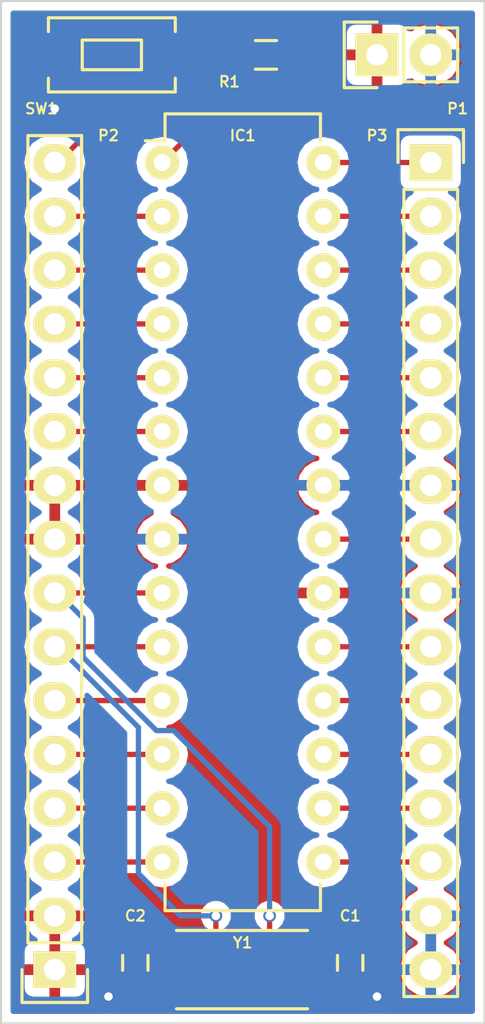
<source format=kicad_pcb>
(kicad_pcb (version 4) (host pcbnew 4.0.2+dfsg1-stable)

  (general
    (links 46)
    (no_connects 0)
    (area 162.531667 91.411666 190.528334 144.485)
    (thickness 1.6)
    (drawings 4)
    (tracks 61)
    (zones 0)
    (modules 9)
    (nets 27)
  )

  (page A4)
  (title_block
    (title "Atmega328p Minimal")
    (date 2017-09-15)
    (rev 0.2.0)
    (company "marcbperez, Widerware")
  )

  (layers
    (0 F.Cu signal)
    (31 B.Cu signal)
    (32 B.Adhes user)
    (33 F.Adhes user)
    (34 B.Paste user)
    (35 F.Paste user)
    (36 B.SilkS user)
    (37 F.SilkS user)
    (38 B.Mask user)
    (39 F.Mask user)
    (40 Dwgs.User user)
    (41 Cmts.User user)
    (42 Eco1.User user)
    (43 Eco2.User user)
    (44 Edge.Cuts user)
    (45 Margin user)
    (46 B.CrtYd user)
    (47 F.CrtYd user)
    (48 B.Fab user)
    (49 F.Fab user hide)
  )

  (setup
    (last_trace_width 0.25)
    (trace_clearance 0.2)
    (zone_clearance 0.4)
    (zone_45_only no)
    (trace_min 0.2)
    (segment_width 0.2)
    (edge_width 0.1)
    (via_size 0.6)
    (via_drill 0.4)
    (via_min_size 0.4)
    (via_min_drill 0.3)
    (uvia_size 0.3)
    (uvia_drill 0.1)
    (uvias_allowed no)
    (uvia_min_size 0.2)
    (uvia_min_drill 0.1)
    (pcb_text_width 0.3)
    (pcb_text_size 1.5 1.5)
    (mod_edge_width 0.15)
    (mod_text_size 1 1)
    (mod_text_width 0.15)
    (pad_size 1.5 1.5)
    (pad_drill 0.6)
    (pad_to_mask_clearance 0)
    (aux_axis_origin 0 0)
    (visible_elements FFFFFF7F)
    (pcbplotparams
      (layerselection 0x00030_80000001)
      (usegerberextensions false)
      (excludeedgelayer true)
      (linewidth 0.100000)
      (plotframeref false)
      (viasonmask false)
      (mode 1)
      (useauxorigin false)
      (hpglpennumber 1)
      (hpglpenspeed 20)
      (hpglpendiameter 15)
      (hpglpenoverlay 2)
      (psnegative false)
      (psa4output false)
      (plotreference true)
      (plotvalue true)
      (plotinvisibletext false)
      (padsonsilk false)
      (subtractmaskfromsilk false)
      (outputformat 1)
      (mirror false)
      (drillshape 1)
      (scaleselection 1)
      (outputdirectory ""))
  )

  (net 0 "")
  (net 1 GND)
  (net 2 /XTAL1)
  (net 3 /XTAL2)
  (net 4 /RESET)
  (net 5 /D0_RX)
  (net 6 /D1_TX)
  (net 7 /D2)
  (net 8 /D3)
  (net 9 /D4)
  (net 10 +5V)
  (net 11 /D5)
  (net 12 /D6)
  (net 13 /D7)
  (net 14 /D8)
  (net 15 /D9)
  (net 16 /D10)
  (net 17 /D11)
  (net 18 /D12)
  (net 19 /D13)
  (net 20 /AREF)
  (net 21 /A0)
  (net 22 /A1)
  (net 23 /A2)
  (net 24 /A3)
  (net 25 /A4)
  (net 26 /A5)

  (net_class Default "This is the default net class."
    (clearance 0.2)
    (trace_width 0.25)
    (via_dia 0.6)
    (via_drill 0.4)
    (uvia_dia 0.3)
    (uvia_drill 0.1)
    (add_net +5V)
    (add_net /A0)
    (add_net /A1)
    (add_net /A2)
    (add_net /A3)
    (add_net /A4)
    (add_net /A5)
    (add_net /AREF)
    (add_net /D0_RX)
    (add_net /D10)
    (add_net /D11)
    (add_net /D12)
    (add_net /D13)
    (add_net /D1_TX)
    (add_net /D2)
    (add_net /D3)
    (add_net /D4)
    (add_net /D5)
    (add_net /D6)
    (add_net /D7)
    (add_net /D8)
    (add_net /D9)
    (add_net /RESET)
    (add_net /XTAL1)
    (add_net /XTAL2)
    (add_net GND)
  )

  (module Capacitors_SMD:C_0603_HandSoldering (layer F.Cu) (tedit 5AB4F2A5) (tstamp 5AB4E7C9)
    (at 157.48 124.14 90)
    (descr "Capacitor SMD 0603, hand soldering")
    (tags "capacitor 0603")
    (path /5AB0035B)
    (attr smd)
    (fp_text reference C1 (at 2.22 0 180) (layer F.SilkS)
      (effects (font (size 0.5 0.5) (thickness 0.1)))
    )
    (fp_text value 22pF (at 0 1.9 90) (layer F.Fab)
      (effects (font (size 1 1) (thickness 0.15)))
    )
    (fp_line (start -1.85 -0.75) (end 1.85 -0.75) (layer F.CrtYd) (width 0.05))
    (fp_line (start -1.85 0.75) (end 1.85 0.75) (layer F.CrtYd) (width 0.05))
    (fp_line (start -1.85 -0.75) (end -1.85 0.75) (layer F.CrtYd) (width 0.05))
    (fp_line (start 1.85 -0.75) (end 1.85 0.75) (layer F.CrtYd) (width 0.05))
    (fp_line (start -0.35 -0.6) (end 0.35 -0.6) (layer F.SilkS) (width 0.15))
    (fp_line (start 0.35 0.6) (end -0.35 0.6) (layer F.SilkS) (width 0.15))
    (pad 1 smd rect (at -0.95 0 90) (size 1.2 0.75) (layers F.Cu F.Paste F.Mask)
      (net 1 GND))
    (pad 2 smd rect (at 0.95 0 90) (size 1.2 0.75) (layers F.Cu F.Paste F.Mask)
      (net 2 /XTAL1))
    (model Capacitors_SMD.3dshapes/C_0603_HandSoldering.wrl
      (at (xyz 0 0 0))
      (scale (xyz 1 1 1))
      (rotate (xyz 0 0 0))
    )
  )

  (module Capacitors_SMD:C_0603_HandSoldering (layer F.Cu) (tedit 5AB4F2B7) (tstamp 5AB4E7CF)
    (at 147.32 124.14 90)
    (descr "Capacitor SMD 0603, hand soldering")
    (tags "capacitor 0603")
    (path /5AB003D0)
    (attr smd)
    (fp_text reference C2 (at 2.22 0 180) (layer F.SilkS)
      (effects (font (size 0.5 0.5) (thickness 0.1)))
    )
    (fp_text value 22pF (at 0 1.9 90) (layer F.Fab)
      (effects (font (size 1 1) (thickness 0.15)))
    )
    (fp_line (start -1.85 -0.75) (end 1.85 -0.75) (layer F.CrtYd) (width 0.05))
    (fp_line (start -1.85 0.75) (end 1.85 0.75) (layer F.CrtYd) (width 0.05))
    (fp_line (start -1.85 -0.75) (end -1.85 0.75) (layer F.CrtYd) (width 0.05))
    (fp_line (start 1.85 -0.75) (end 1.85 0.75) (layer F.CrtYd) (width 0.05))
    (fp_line (start -0.35 -0.6) (end 0.35 -0.6) (layer F.SilkS) (width 0.15))
    (fp_line (start 0.35 0.6) (end -0.35 0.6) (layer F.SilkS) (width 0.15))
    (pad 1 smd rect (at -0.95 0 90) (size 1.2 0.75) (layers F.Cu F.Paste F.Mask)
      (net 1 GND))
    (pad 2 smd rect (at 0.95 0 90) (size 1.2 0.75) (layers F.Cu F.Paste F.Mask)
      (net 3 /XTAL2))
    (model Capacitors_SMD.3dshapes/C_0603_HandSoldering.wrl
      (at (xyz 0 0 0))
      (scale (xyz 1 1 1))
      (rotate (xyz 0 0 0))
    )
  )

  (module Housings_DIP:DIP-28_W7.62mm (layer F.Cu) (tedit 5AB4F8B7) (tstamp 5AB4E7EF)
    (at 148.59 86.36)
    (descr "28-lead dip package, row spacing 7.62 mm (300 mils)")
    (tags "dil dip 2.54 300")
    (path /5AAFF9B5)
    (fp_text reference IC1 (at 3.81 -1.27) (layer F.SilkS)
      (effects (font (size 0.5 0.5) (thickness 0.1)))
    )
    (fp_text value ATMEGA328-P (at 0 -3.72) (layer F.Fab)
      (effects (font (size 1 1) (thickness 0.15)))
    )
    (fp_line (start -1.05 -2.45) (end -1.05 35.5) (layer F.CrtYd) (width 0.05))
    (fp_line (start 8.65 -2.45) (end 8.65 35.5) (layer F.CrtYd) (width 0.05))
    (fp_line (start -1.05 -2.45) (end 8.65 -2.45) (layer F.CrtYd) (width 0.05))
    (fp_line (start -1.05 35.5) (end 8.65 35.5) (layer F.CrtYd) (width 0.05))
    (fp_line (start 0.135 -2.295) (end 0.135 -1.025) (layer F.SilkS) (width 0.15))
    (fp_line (start 7.485 -2.295) (end 7.485 -1.025) (layer F.SilkS) (width 0.15))
    (fp_line (start 7.485 35.315) (end 7.485 34.045) (layer F.SilkS) (width 0.15))
    (fp_line (start 0.135 35.315) (end 0.135 34.045) (layer F.SilkS) (width 0.15))
    (fp_line (start 0.135 -2.295) (end 7.485 -2.295) (layer F.SilkS) (width 0.15))
    (fp_line (start 0.135 35.315) (end 7.485 35.315) (layer F.SilkS) (width 0.15))
    (fp_line (start 0.135 -1.025) (end -0.8 -1.025) (layer F.SilkS) (width 0.15))
    (pad 1 thru_hole oval (at 0 0) (size 1.6 1.6) (drill 0.8) (layers *.Cu *.Mask F.SilkS)
      (net 4 /RESET))
    (pad 2 thru_hole oval (at 0 2.54) (size 1.6 1.6) (drill 0.8) (layers *.Cu *.Mask F.SilkS)
      (net 5 /D0_RX))
    (pad 3 thru_hole oval (at 0 5.08) (size 1.6 1.6) (drill 0.8) (layers *.Cu *.Mask F.SilkS)
      (net 6 /D1_TX))
    (pad 4 thru_hole oval (at 0 7.62) (size 1.6 1.6) (drill 0.8) (layers *.Cu *.Mask F.SilkS)
      (net 7 /D2))
    (pad 5 thru_hole oval (at 0 10.16) (size 1.6 1.6) (drill 0.8) (layers *.Cu *.Mask F.SilkS)
      (net 8 /D3))
    (pad 6 thru_hole oval (at 0 12.7) (size 1.6 1.6) (drill 0.8) (layers *.Cu *.Mask F.SilkS)
      (net 9 /D4))
    (pad 7 thru_hole oval (at 0 15.24) (size 1.6 1.6) (drill 0.8) (layers *.Cu *.Mask F.SilkS)
      (net 10 +5V))
    (pad 8 thru_hole oval (at 0 17.78) (size 1.6 1.6) (drill 0.8) (layers *.Cu *.Mask F.SilkS)
      (net 1 GND))
    (pad 9 thru_hole oval (at 0 20.32) (size 1.6 1.6) (drill 0.8) (layers *.Cu *.Mask F.SilkS)
      (net 2 /XTAL1))
    (pad 10 thru_hole oval (at 0 22.86) (size 1.6 1.6) (drill 0.8) (layers *.Cu *.Mask F.SilkS)
      (net 3 /XTAL2))
    (pad 11 thru_hole oval (at 0 25.4) (size 1.6 1.6) (drill 0.8) (layers *.Cu *.Mask F.SilkS)
      (net 11 /D5))
    (pad 12 thru_hole oval (at 0 27.94) (size 1.6 1.6) (drill 0.8) (layers *.Cu *.Mask F.SilkS)
      (net 12 /D6))
    (pad 13 thru_hole oval (at 0 30.48) (size 1.6 1.6) (drill 0.8) (layers *.Cu *.Mask F.SilkS)
      (net 13 /D7))
    (pad 14 thru_hole oval (at 0 33.02) (size 1.6 1.6) (drill 0.8) (layers *.Cu *.Mask F.SilkS)
      (net 14 /D8))
    (pad 15 thru_hole oval (at 7.62 33.02) (size 1.6 1.6) (drill 0.8) (layers *.Cu *.Mask F.SilkS)
      (net 15 /D9))
    (pad 16 thru_hole oval (at 7.62 30.48) (size 1.6 1.6) (drill 0.8) (layers *.Cu *.Mask F.SilkS)
      (net 16 /D10))
    (pad 17 thru_hole oval (at 7.62 27.94) (size 1.6 1.6) (drill 0.8) (layers *.Cu *.Mask F.SilkS)
      (net 17 /D11))
    (pad 18 thru_hole oval (at 7.62 25.4) (size 1.6 1.6) (drill 0.8) (layers *.Cu *.Mask F.SilkS)
      (net 18 /D12))
    (pad 19 thru_hole oval (at 7.62 22.86) (size 1.6 1.6) (drill 0.8) (layers *.Cu *.Mask F.SilkS)
      (net 19 /D13))
    (pad 20 thru_hole oval (at 7.62 20.32) (size 1.6 1.6) (drill 0.8) (layers *.Cu *.Mask F.SilkS)
      (net 10 +5V))
    (pad 21 thru_hole oval (at 7.62 17.78) (size 1.6 1.6) (drill 0.8) (layers *.Cu *.Mask F.SilkS)
      (net 20 /AREF))
    (pad 22 thru_hole oval (at 7.62 15.24) (size 1.6 1.6) (drill 0.8) (layers *.Cu *.Mask F.SilkS)
      (net 1 GND))
    (pad 23 thru_hole oval (at 7.62 12.7) (size 1.6 1.6) (drill 0.8) (layers *.Cu *.Mask F.SilkS)
      (net 21 /A0))
    (pad 24 thru_hole oval (at 7.62 10.16) (size 1.6 1.6) (drill 0.8) (layers *.Cu *.Mask F.SilkS)
      (net 22 /A1))
    (pad 25 thru_hole oval (at 7.62 7.62) (size 1.6 1.6) (drill 0.8) (layers *.Cu *.Mask F.SilkS)
      (net 23 /A2))
    (pad 26 thru_hole oval (at 7.62 5.08) (size 1.6 1.6) (drill 0.8) (layers *.Cu *.Mask F.SilkS)
      (net 24 /A3))
    (pad 27 thru_hole oval (at 7.62 2.54) (size 1.6 1.6) (drill 0.8) (layers *.Cu *.Mask F.SilkS)
      (net 25 /A4))
    (pad 28 thru_hole oval (at 7.62 0) (size 1.6 1.6) (drill 0.8) (layers *.Cu *.Mask F.SilkS)
      (net 26 /A5))
    (model Housings_DIP.3dshapes/DIP-28_W7.62mm.wrl
      (at (xyz 0 0 0))
      (scale (xyz 1 1 1))
      (rotate (xyz 0 0 0))
    )
  )

  (module Pin_Headers:Pin_Header_Straight_1x02 (layer F.Cu) (tedit 5AB4F26D) (tstamp 5AB4E7F5)
    (at 158.75 81.28 90)
    (descr "Through hole pin header")
    (tags "pin header")
    (path /5AB036CF)
    (fp_text reference P1 (at -2.54 3.81 180) (layer F.SilkS)
      (effects (font (size 0.5 0.5) (thickness 0.1)))
    )
    (fp_text value CONN_01X02 (at 0 -3.1 90) (layer F.Fab)
      (effects (font (size 1 1) (thickness 0.15)))
    )
    (fp_line (start 1.27 1.27) (end 1.27 3.81) (layer F.SilkS) (width 0.15))
    (fp_line (start 1.55 -1.55) (end 1.55 0) (layer F.SilkS) (width 0.15))
    (fp_line (start -1.75 -1.75) (end -1.75 4.3) (layer F.CrtYd) (width 0.05))
    (fp_line (start 1.75 -1.75) (end 1.75 4.3) (layer F.CrtYd) (width 0.05))
    (fp_line (start -1.75 -1.75) (end 1.75 -1.75) (layer F.CrtYd) (width 0.05))
    (fp_line (start -1.75 4.3) (end 1.75 4.3) (layer F.CrtYd) (width 0.05))
    (fp_line (start 1.27 1.27) (end -1.27 1.27) (layer F.SilkS) (width 0.15))
    (fp_line (start -1.55 0) (end -1.55 -1.55) (layer F.SilkS) (width 0.15))
    (fp_line (start -1.55 -1.55) (end 1.55 -1.55) (layer F.SilkS) (width 0.15))
    (fp_line (start -1.27 1.27) (end -1.27 3.81) (layer F.SilkS) (width 0.15))
    (fp_line (start -1.27 3.81) (end 1.27 3.81) (layer F.SilkS) (width 0.15))
    (pad 1 thru_hole rect (at 0 0 90) (size 2.032 2.032) (drill 1.016) (layers *.Cu *.Mask F.SilkS)
      (net 10 +5V))
    (pad 2 thru_hole oval (at 0 2.54 90) (size 2.032 2.032) (drill 1.016) (layers *.Cu *.Mask F.SilkS)
      (net 1 GND))
    (model Pin_Headers.3dshapes/Pin_Header_Straight_1x02.wrl
      (at (xyz 0 -0.05 0))
      (scale (xyz 1 1 1))
      (rotate (xyz 0 0 90))
    )
  )

  (module Pin_Headers:Pin_Header_Straight_1x16 (layer F.Cu) (tedit 5AB4F314) (tstamp 5AB4E809)
    (at 143.51 124.46 180)
    (descr "Through hole pin header")
    (tags "pin header")
    (path /5AB01763)
    (fp_text reference P2 (at -2.54 39.37 180) (layer F.SilkS)
      (effects (font (size 0.5 0.5) (thickness 0.1)))
    )
    (fp_text value CONN_01X16 (at 0 -3.1 180) (layer F.Fab)
      (effects (font (size 1 1) (thickness 0.15)))
    )
    (fp_line (start -1.75 -1.75) (end -1.75 39.85) (layer F.CrtYd) (width 0.05))
    (fp_line (start 1.75 -1.75) (end 1.75 39.85) (layer F.CrtYd) (width 0.05))
    (fp_line (start -1.75 -1.75) (end 1.75 -1.75) (layer F.CrtYd) (width 0.05))
    (fp_line (start -1.75 39.85) (end 1.75 39.85) (layer F.CrtYd) (width 0.05))
    (fp_line (start -1.27 1.27) (end -1.27 39.37) (layer F.SilkS) (width 0.15))
    (fp_line (start -1.27 39.37) (end 1.27 39.37) (layer F.SilkS) (width 0.15))
    (fp_line (start 1.27 39.37) (end 1.27 1.27) (layer F.SilkS) (width 0.15))
    (fp_line (start 1.55 -1.55) (end 1.55 0) (layer F.SilkS) (width 0.15))
    (fp_line (start 1.27 1.27) (end -1.27 1.27) (layer F.SilkS) (width 0.15))
    (fp_line (start -1.55 0) (end -1.55 -1.55) (layer F.SilkS) (width 0.15))
    (fp_line (start -1.55 -1.55) (end 1.55 -1.55) (layer F.SilkS) (width 0.15))
    (pad 1 thru_hole rect (at 0 0 180) (size 2.032 1.7272) (drill 1.016) (layers *.Cu *.Mask F.SilkS)
      (net 10 +5V))
    (pad 2 thru_hole oval (at 0 2.54 180) (size 2.032 1.7272) (drill 1.016) (layers *.Cu *.Mask F.SilkS)
      (net 10 +5V))
    (pad 3 thru_hole oval (at 0 5.08 180) (size 2.032 1.7272) (drill 1.016) (layers *.Cu *.Mask F.SilkS)
      (net 14 /D8))
    (pad 4 thru_hole oval (at 0 7.62 180) (size 2.032 1.7272) (drill 1.016) (layers *.Cu *.Mask F.SilkS)
      (net 13 /D7))
    (pad 5 thru_hole oval (at 0 10.16 180) (size 2.032 1.7272) (drill 1.016) (layers *.Cu *.Mask F.SilkS)
      (net 12 /D6))
    (pad 6 thru_hole oval (at 0 12.7 180) (size 2.032 1.7272) (drill 1.016) (layers *.Cu *.Mask F.SilkS)
      (net 11 /D5))
    (pad 7 thru_hole oval (at 0 15.24 180) (size 2.032 1.7272) (drill 1.016) (layers *.Cu *.Mask F.SilkS)
      (net 3 /XTAL2))
    (pad 8 thru_hole oval (at 0 17.78 180) (size 2.032 1.7272) (drill 1.016) (layers *.Cu *.Mask F.SilkS)
      (net 2 /XTAL1))
    (pad 9 thru_hole oval (at 0 20.32 180) (size 2.032 1.7272) (drill 1.016) (layers *.Cu *.Mask F.SilkS)
      (net 10 +5V))
    (pad 10 thru_hole oval (at 0 22.86 180) (size 2.032 1.7272) (drill 1.016) (layers *.Cu *.Mask F.SilkS)
      (net 10 +5V))
    (pad 11 thru_hole oval (at 0 25.4 180) (size 2.032 1.7272) (drill 1.016) (layers *.Cu *.Mask F.SilkS)
      (net 9 /D4))
    (pad 12 thru_hole oval (at 0 27.94 180) (size 2.032 1.7272) (drill 1.016) (layers *.Cu *.Mask F.SilkS)
      (net 8 /D3))
    (pad 13 thru_hole oval (at 0 30.48 180) (size 2.032 1.7272) (drill 1.016) (layers *.Cu *.Mask F.SilkS)
      (net 7 /D2))
    (pad 14 thru_hole oval (at 0 33.02 180) (size 2.032 1.7272) (drill 1.016) (layers *.Cu *.Mask F.SilkS)
      (net 6 /D1_TX))
    (pad 15 thru_hole oval (at 0 35.56 180) (size 2.032 1.7272) (drill 1.016) (layers *.Cu *.Mask F.SilkS)
      (net 5 /D0_RX))
    (pad 16 thru_hole oval (at 0 38.1 180) (size 2.032 1.7272) (drill 1.016) (layers *.Cu *.Mask F.SilkS)
      (net 4 /RESET))
    (model Pin_Headers.3dshapes/Pin_Header_Straight_1x16.wrl
      (at (xyz 0 -0.75 0))
      (scale (xyz 1 1 1))
      (rotate (xyz 0 0 90))
    )
  )

  (module Pin_Headers:Pin_Header_Straight_1x16 (layer F.Cu) (tedit 5AB4F2EF) (tstamp 5AB4E81D)
    (at 161.29 86.36)
    (descr "Through hole pin header")
    (tags "pin header")
    (path /5AB01682)
    (fp_text reference P3 (at -2.54 -1.27) (layer F.SilkS)
      (effects (font (size 0.5 0.5) (thickness 0.1)))
    )
    (fp_text value CONN_01X16 (at 0 -2.54) (layer F.Fab)
      (effects (font (size 1 1) (thickness 0.15)))
    )
    (fp_line (start -1.75 -1.75) (end -1.75 39.85) (layer F.CrtYd) (width 0.05))
    (fp_line (start 1.75 -1.75) (end 1.75 39.85) (layer F.CrtYd) (width 0.05))
    (fp_line (start -1.75 -1.75) (end 1.75 -1.75) (layer F.CrtYd) (width 0.05))
    (fp_line (start -1.75 39.85) (end 1.75 39.85) (layer F.CrtYd) (width 0.05))
    (fp_line (start -1.27 1.27) (end -1.27 39.37) (layer F.SilkS) (width 0.15))
    (fp_line (start -1.27 39.37) (end 1.27 39.37) (layer F.SilkS) (width 0.15))
    (fp_line (start 1.27 39.37) (end 1.27 1.27) (layer F.SilkS) (width 0.15))
    (fp_line (start 1.55 -1.55) (end 1.55 0) (layer F.SilkS) (width 0.15))
    (fp_line (start 1.27 1.27) (end -1.27 1.27) (layer F.SilkS) (width 0.15))
    (fp_line (start -1.55 0) (end -1.55 -1.55) (layer F.SilkS) (width 0.15))
    (fp_line (start -1.55 -1.55) (end 1.55 -1.55) (layer F.SilkS) (width 0.15))
    (pad 1 thru_hole rect (at 0 0) (size 2.032 1.7272) (drill 1.016) (layers *.Cu *.Mask F.SilkS)
      (net 26 /A5))
    (pad 2 thru_hole oval (at 0 2.54) (size 2.032 1.7272) (drill 1.016) (layers *.Cu *.Mask F.SilkS)
      (net 25 /A4))
    (pad 3 thru_hole oval (at 0 5.08) (size 2.032 1.7272) (drill 1.016) (layers *.Cu *.Mask F.SilkS)
      (net 24 /A3))
    (pad 4 thru_hole oval (at 0 7.62) (size 2.032 1.7272) (drill 1.016) (layers *.Cu *.Mask F.SilkS)
      (net 23 /A2))
    (pad 5 thru_hole oval (at 0 10.16) (size 2.032 1.7272) (drill 1.016) (layers *.Cu *.Mask F.SilkS)
      (net 22 /A1))
    (pad 6 thru_hole oval (at 0 12.7) (size 2.032 1.7272) (drill 1.016) (layers *.Cu *.Mask F.SilkS)
      (net 21 /A0))
    (pad 7 thru_hole oval (at 0 15.24) (size 2.032 1.7272) (drill 1.016) (layers *.Cu *.Mask F.SilkS)
      (net 1 GND))
    (pad 8 thru_hole oval (at 0 17.78) (size 2.032 1.7272) (drill 1.016) (layers *.Cu *.Mask F.SilkS)
      (net 20 /AREF))
    (pad 9 thru_hole oval (at 0 20.32) (size 2.032 1.7272) (drill 1.016) (layers *.Cu *.Mask F.SilkS)
      (net 1 GND))
    (pad 10 thru_hole oval (at 0 22.86) (size 2.032 1.7272) (drill 1.016) (layers *.Cu *.Mask F.SilkS)
      (net 19 /D13))
    (pad 11 thru_hole oval (at 0 25.4) (size 2.032 1.7272) (drill 1.016) (layers *.Cu *.Mask F.SilkS)
      (net 18 /D12))
    (pad 12 thru_hole oval (at 0 27.94) (size 2.032 1.7272) (drill 1.016) (layers *.Cu *.Mask F.SilkS)
      (net 17 /D11))
    (pad 13 thru_hole oval (at 0 30.48) (size 2.032 1.7272) (drill 1.016) (layers *.Cu *.Mask F.SilkS)
      (net 16 /D10))
    (pad 14 thru_hole oval (at 0 33.02) (size 2.032 1.7272) (drill 1.016) (layers *.Cu *.Mask F.SilkS)
      (net 15 /D9))
    (pad 15 thru_hole oval (at 0 35.56) (size 2.032 1.7272) (drill 1.016) (layers *.Cu *.Mask F.SilkS)
      (net 1 GND))
    (pad 16 thru_hole oval (at 0 38.1) (size 2.032 1.7272) (drill 1.016) (layers *.Cu *.Mask F.SilkS)
      (net 1 GND))
    (model Pin_Headers.3dshapes/Pin_Header_Straight_1x16.wrl
      (at (xyz 0 -0.75 0))
      (scale (xyz 1 1 1))
      (rotate (xyz 0 0 90))
    )
  )

  (module Resistors_SMD:R_0603_HandSoldering (layer F.Cu) (tedit 5AB4F254) (tstamp 5AB4E823)
    (at 153.5 81.28 180)
    (descr "Resistor SMD 0603, hand soldering")
    (tags "resistor 0603")
    (path /5AAFF5DE)
    (attr smd)
    (fp_text reference R1 (at 1.735 -1.27 180) (layer F.SilkS)
      (effects (font (size 0.5 0.5) (thickness 0.1)))
    )
    (fp_text value 10k (at 0 1.9 180) (layer F.Fab)
      (effects (font (size 1 1) (thickness 0.15)))
    )
    (fp_line (start -2 -0.8) (end 2 -0.8) (layer F.CrtYd) (width 0.05))
    (fp_line (start -2 0.8) (end 2 0.8) (layer F.CrtYd) (width 0.05))
    (fp_line (start -2 -0.8) (end -2 0.8) (layer F.CrtYd) (width 0.05))
    (fp_line (start 2 -0.8) (end 2 0.8) (layer F.CrtYd) (width 0.05))
    (fp_line (start 0.5 0.675) (end -0.5 0.675) (layer F.SilkS) (width 0.15))
    (fp_line (start -0.5 -0.675) (end 0.5 -0.675) (layer F.SilkS) (width 0.15))
    (pad 1 smd rect (at -1.1 0 180) (size 1.2 0.9) (layers F.Cu F.Paste F.Mask)
      (net 10 +5V))
    (pad 2 smd rect (at 1.1 0 180) (size 1.2 0.9) (layers F.Cu F.Paste F.Mask)
      (net 4 /RESET))
    (model Resistors_SMD.3dshapes/R_0603_HandSoldering.wrl
      (at (xyz 0 0 0))
      (scale (xyz 1 1 1))
      (rotate (xyz 0 0 0))
    )
  )

  (module Buttons_Switches_SMD:SW_SPST_EVQPE1 (layer F.Cu) (tedit 5AB4F239) (tstamp 5AB4E829)
    (at 146.21 81.28 180)
    (descr "Light Touch Switch")
    (path /5AAFF6B7)
    (attr smd)
    (fp_text reference SW1 (at 3.335 -2.54 180) (layer F.SilkS)
      (effects (font (size 0.5 0.5) (thickness 0.1)))
    )
    (fp_text value SW_PUSH (at 0 0 180) (layer F.Fab)
      (effects (font (size 1 1) (thickness 0.15)))
    )
    (fp_line (start -1.4 -0.7) (end 1.4 -0.7) (layer F.SilkS) (width 0.15))
    (fp_line (start 1.4 -0.7) (end 1.4 0.7) (layer F.SilkS) (width 0.15))
    (fp_line (start 1.4 0.7) (end -1.4 0.7) (layer F.SilkS) (width 0.15))
    (fp_line (start -1.4 0.7) (end -1.4 -0.7) (layer F.SilkS) (width 0.15))
    (fp_line (start -3.95 -2) (end 3.95 -2) (layer F.CrtYd) (width 0.05))
    (fp_line (start 3.95 -2) (end 3.95 2) (layer F.CrtYd) (width 0.05))
    (fp_line (start 3.95 2) (end -3.95 2) (layer F.CrtYd) (width 0.05))
    (fp_line (start -3.95 2) (end -3.95 -2) (layer F.CrtYd) (width 0.05))
    (fp_line (start 3 -1.75) (end 3 -1.1) (layer F.SilkS) (width 0.15))
    (fp_line (start 3 1.75) (end 3 1.1) (layer F.SilkS) (width 0.15))
    (fp_line (start -3 1.1) (end -3 1.75) (layer F.SilkS) (width 0.15))
    (fp_line (start -3 -1.75) (end -3 -1.1) (layer F.SilkS) (width 0.15))
    (fp_line (start 3 -1.75) (end -3 -1.75) (layer F.SilkS) (width 0.15))
    (fp_line (start -3 1.75) (end 3 1.75) (layer F.SilkS) (width 0.15))
    (pad 2 smd rect (at 2.7 0 180) (size 2 1.6) (layers F.Cu F.Paste F.Mask)
      (net 1 GND))
    (pad 1 smd rect (at -2.7 0 180) (size 2 1.6) (layers F.Cu F.Paste F.Mask)
      (net 4 /RESET))
  )

  (module Crystals:Crystal_SMD_0603_2Pads_obsolete (layer F.Cu) (tedit 5AB4F33C) (tstamp 5AB4E82F)
    (at 152.36444 124.46)
    (descr "Crystal, Quarz, SMD, 0603, 2 Pads, Obsolete!, NOT for new designs!,")
    (tags "Crystal, Quarz, SMD, 0603, 2 Pads, Obsolete!, NOT for new designs!,")
    (path /5AB00286)
    (attr smd)
    (fp_text reference Y1 (at 0.03556 -1.27) (layer F.SilkS)
      (effects (font (size 0.5 0.5) (thickness 0.1)))
    )
    (fp_text value 16MHz (at 0 3.81) (layer F.Fab)
      (effects (font (size 1 1) (thickness 0.15)))
    )
    (fp_circle (center 0 0) (end 0.0508 0) (layer F.Adhes) (width 0.381))
    (fp_circle (center 0 0) (end 0.55118 0) (layer F.Adhes) (width 0.381))
    (fp_circle (center 0 0) (end 0.20066 0) (layer F.Adhes) (width 0.381))
    (fp_line (start 3.0988 1.84912) (end -3.0988 1.84912) (layer F.SilkS) (width 0.15))
    (fp_line (start -3.0988 -1.84912) (end 3.0988 -1.84912) (layer F.SilkS) (width 0.15))
    (pad 1 smd rect (at -2.25044 0) (size 1.6002 2.4003) (layers F.Cu F.Paste F.Mask)
      (net 3 /XTAL2))
    (pad 2 smd rect (at 2.25044 0) (size 1.6002 2.4003) (layers F.Cu F.Paste F.Mask)
      (net 2 /XTAL1))
  )

  (gr_line (start 163.83 127) (end 140.97 127) (layer Edge.Cuts) (width 0.1))
  (gr_line (start 163.83 78.74) (end 163.83 127) (layer Edge.Cuts) (width 0.1))
  (gr_line (start 140.97 78.74) (end 163.83 78.74) (layer Edge.Cuts) (width 0.1))
  (gr_line (start 140.97 127) (end 140.97 78.74) (layer Edge.Cuts) (width 0.1))

  (segment (start 158.11 125.09) (end 158.75 125.73) (width 0.25) (layer F.Cu) (net 1))
  (via (at 158.75 125.73) (size 0.6) (drill 0.4) (layers F.Cu B.Cu) (net 1))
  (segment (start 157.48 125.09) (end 158.11 125.09) (width 0.25) (layer F.Cu) (net 1))
  (segment (start 147.32 125.09) (end 146.69 125.09) (width 0.25) (layer F.Cu) (net 1))
  (segment (start 146.69 125.09) (end 146.05 125.73) (width 0.25) (layer F.Cu) (net 1))
  (via (at 146.05 125.73) (size 0.6) (drill 0.4) (layers F.Cu B.Cu) (net 1))
  (segment (start 143.51 81.28) (end 143.51 83.82) (width 0.25) (layer F.Cu) (net 1))
  (via (at 143.51 83.82) (size 0.6) (drill 0.4) (layers F.Cu B.Cu) (net 1))
  (segment (start 153.67 121.92) (end 153.67 123.51512) (width 0.25) (layer F.Cu) (net 2))
  (segment (start 153.67 123.51512) (end 154.61488 124.46) (width 0.25) (layer F.Cu) (net 2))
  (segment (start 143.51 106.68) (end 143.6624 106.68) (width 0.25) (layer B.Cu) (net 2))
  (segment (start 143.6624 106.68) (end 144.85101 107.86861) (width 0.25) (layer B.Cu) (net 2))
  (segment (start 149.130001 113.174999) (end 153.67 117.714998) (width 0.25) (layer B.Cu) (net 2))
  (segment (start 144.85101 107.86861) (end 144.85101 109.712338) (width 0.25) (layer B.Cu) (net 2))
  (segment (start 144.85101 109.712338) (end 148.313671 113.174999) (width 0.25) (layer B.Cu) (net 2))
  (segment (start 148.313671 113.174999) (end 149.130001 113.174999) (width 0.25) (layer B.Cu) (net 2))
  (segment (start 153.67 117.714998) (end 153.67 121.92) (width 0.25) (layer B.Cu) (net 2))
  (via (at 153.67 121.92) (size 0.6) (drill 0.4) (layers F.Cu B.Cu) (net 2))
  (segment (start 154.61488 124.46) (end 156.435 124.46) (width 0.25) (layer F.Cu) (net 2))
  (segment (start 156.435 124.46) (end 157.48 123.415) (width 0.25) (layer F.Cu) (net 2))
  (segment (start 157.48 123.415) (end 157.48 123.19) (width 0.25) (layer F.Cu) (net 2))
  (segment (start 148.59 106.68) (end 143.51 106.68) (width 0.25) (layer F.Cu) (net 2))
  (segment (start 151.13 121.92) (end 151.13 123.444) (width 0.25) (layer F.Cu) (net 3))
  (segment (start 151.13 123.444) (end 150.114 124.46) (width 0.25) (layer F.Cu) (net 3))
  (segment (start 143.51 109.22) (end 143.6624 109.22) (width 0.25) (layer B.Cu) (net 3))
  (segment (start 149.464998 121.92) (end 151.13 121.92) (width 0.25) (layer B.Cu) (net 3))
  (segment (start 143.6624 109.22) (end 147.464999 113.022599) (width 0.25) (layer B.Cu) (net 3))
  (segment (start 147.464999 113.022599) (end 147.464999 119.920001) (width 0.25) (layer B.Cu) (net 3))
  (segment (start 147.464999 119.920001) (end 149.464998 121.92) (width 0.25) (layer B.Cu) (net 3))
  (via (at 151.13 121.92) (size 0.6) (drill 0.4) (layers F.Cu B.Cu) (net 3))
  (segment (start 150.114 124.46) (end 148.365 124.46) (width 0.25) (layer F.Cu) (net 3))
  (segment (start 148.365 124.46) (end 147.32 123.415) (width 0.25) (layer F.Cu) (net 3))
  (segment (start 147.32 123.415) (end 147.32 123.19) (width 0.25) (layer F.Cu) (net 3))
  (segment (start 148.59 109.22) (end 143.51 109.22) (width 0.25) (layer F.Cu) (net 3))
  (segment (start 143.51 86.36) (end 143.6624 86.36) (width 0.25) (layer F.Cu) (net 4))
  (segment (start 143.6624 86.36) (end 148.7424 81.28) (width 0.25) (layer F.Cu) (net 4))
  (segment (start 148.7424 81.28) (end 148.91 81.28) (width 0.25) (layer F.Cu) (net 4))
  (segment (start 152.4 81.28) (end 148.91 81.28) (width 0.25) (layer F.Cu) (net 4))
  (segment (start 152.4 81.28) (end 152.4 82.55) (width 0.25) (layer F.Cu) (net 4))
  (segment (start 152.4 82.55) (end 148.59 86.36) (width 0.25) (layer F.Cu) (net 4))
  (segment (start 148.59 88.9) (end 143.51 88.9) (width 0.25) (layer F.Cu) (net 5))
  (segment (start 148.59 91.44) (end 143.51 91.44) (width 0.25) (layer F.Cu) (net 6))
  (segment (start 148.59 93.98) (end 143.51 93.98) (width 0.25) (layer F.Cu) (net 7))
  (segment (start 148.59 96.52) (end 143.51 96.52) (width 0.25) (layer F.Cu) (net 8))
  (segment (start 148.59 99.06) (end 143.51 99.06) (width 0.25) (layer F.Cu) (net 9))
  (segment (start 148.59 111.76) (end 143.51 111.76) (width 0.25) (layer F.Cu) (net 11))
  (segment (start 148.59 114.3) (end 143.51 114.3) (width 0.25) (layer F.Cu) (net 12))
  (segment (start 148.59 116.84) (end 143.51 116.84) (width 0.25) (layer F.Cu) (net 13))
  (segment (start 148.59 119.38) (end 143.51 119.38) (width 0.25) (layer F.Cu) (net 14))
  (segment (start 156.21 119.38) (end 161.29 119.38) (width 0.25) (layer F.Cu) (net 15))
  (segment (start 156.21 116.84) (end 161.29 116.84) (width 0.25) (layer F.Cu) (net 16))
  (segment (start 156.21 114.3) (end 161.29 114.3) (width 0.25) (layer F.Cu) (net 17))
  (segment (start 156.21 111.76) (end 161.29 111.76) (width 0.25) (layer F.Cu) (net 18))
  (segment (start 156.21 109.22) (end 161.29 109.22) (width 0.25) (layer F.Cu) (net 19))
  (segment (start 156.21 104.14) (end 161.29 104.14) (width 0.25) (layer F.Cu) (net 20))
  (segment (start 156.21 99.06) (end 161.29 99.06) (width 0.25) (layer F.Cu) (net 21))
  (segment (start 156.21 96.52) (end 161.29 96.52) (width 0.25) (layer F.Cu) (net 22))
  (segment (start 156.21 93.98) (end 161.29 93.98) (width 0.25) (layer F.Cu) (net 23))
  (segment (start 156.21 91.44) (end 161.29 91.44) (width 0.25) (layer F.Cu) (net 24))
  (segment (start 156.21 88.9) (end 161.29 88.9) (width 0.25) (layer F.Cu) (net 25))
  (segment (start 156.21 86.36) (end 161.29 86.36) (width 0.25) (layer F.Cu) (net 26))

  (zone (net 10) (net_name +5V) (layer F.Cu) (tstamp 0) (hatch edge 0.508)
    (connect_pads (clearance 0.4))
    (min_thickness 0.254)
    (fill yes (arc_segments 16) (thermal_gap 0.508) (thermal_bridge_width 0.508))
    (polygon
      (pts
        (xy 140.97 78.74) (xy 163.83 78.74) (xy 163.83 127) (xy 140.97 127)
      )
    )
    (filled_polygon
      (pts
        (xy 163.253 126.423) (xy 159.226366 126.423) (xy 159.450688 126.19907) (xy 159.576856 125.895222) (xy 159.577143 125.566221)
        (xy 159.451505 125.262154) (xy 159.21907 125.029312) (xy 158.915222 124.903144) (xy 158.84515 124.903083) (xy 158.571034 124.628966)
        (xy 158.508227 124.587) (xy 158.392324 124.509556) (xy 158.392324 124.49) (xy 158.355577 124.294706) (xy 158.254889 124.138233)
        (xy 158.34999 123.999049) (xy 158.392324 123.79) (xy 158.392324 122.59) (xy 158.355577 122.394706) (xy 158.240158 122.21534)
        (xy 158.064049 122.09501) (xy 157.855 122.052676) (xy 157.105 122.052676) (xy 156.909706 122.089423) (xy 156.73034 122.204842)
        (xy 156.61001 122.380951) (xy 156.567676 122.59) (xy 156.567676 123.405257) (xy 156.164932 123.808) (xy 155.952304 123.808)
        (xy 155.952304 123.25985) (xy 155.915557 123.064556) (xy 155.800138 122.88519) (xy 155.624029 122.76486) (xy 155.41498 122.722526)
        (xy 154.322 122.722526) (xy 154.322 122.437673) (xy 154.370688 122.38907) (xy 154.496856 122.085222) (xy 154.497143 121.756221)
        (xy 154.371505 121.452154) (xy 154.13907 121.219312) (xy 153.835222 121.093144) (xy 153.506221 121.092857) (xy 153.202154 121.218495)
        (xy 152.969312 121.45093) (xy 152.843144 121.754778) (xy 152.842857 122.083779) (xy 152.968495 122.387846) (xy 153.018 122.437438)
        (xy 153.018 123.515115) (xy 153.017999 123.51512) (xy 153.053484 123.693509) (xy 153.067631 123.76463) (xy 153.176684 123.92784)
        (xy 153.208966 123.976154) (xy 153.277456 124.044644) (xy 153.277456 125.66015) (xy 153.314203 125.855444) (xy 153.429622 126.03481)
        (xy 153.605731 126.15514) (xy 153.81478 126.197474) (xy 155.41498 126.197474) (xy 155.610274 126.160727) (xy 155.78964 126.045308)
        (xy 155.90997 125.869199) (xy 155.952304 125.66015) (xy 155.952304 125.112) (xy 156.434995 125.112) (xy 156.435 125.112001)
        (xy 156.567676 125.085609) (xy 156.567676 125.69) (xy 156.604423 125.885294) (xy 156.719842 126.06466) (xy 156.895951 126.18499)
        (xy 157.105 126.227324) (xy 157.855 126.227324) (xy 158.045838 126.191415) (xy 158.048495 126.197846) (xy 158.273255 126.423)
        (xy 146.526366 126.423) (xy 146.750688 126.19907) (xy 146.754938 126.188835) (xy 146.945 126.227324) (xy 147.695 126.227324)
        (xy 147.890294 126.190577) (xy 148.06966 126.075158) (xy 148.18999 125.899049) (xy 148.232324 125.69) (xy 148.232324 125.085609)
        (xy 148.365 125.112) (xy 148.776576 125.112) (xy 148.776576 125.66015) (xy 148.813323 125.855444) (xy 148.928742 126.03481)
        (xy 149.104851 126.15514) (xy 149.3139 126.197474) (xy 150.9141 126.197474) (xy 151.109394 126.160727) (xy 151.28876 126.045308)
        (xy 151.40909 125.869199) (xy 151.451424 125.66015) (xy 151.451424 124.044644) (xy 151.591034 123.905034) (xy 151.622707 123.857631)
        (xy 151.732369 123.69351) (xy 151.740604 123.652113) (xy 151.782001 123.444) (xy 151.782 123.443995) (xy 151.782 122.437673)
        (xy 151.830688 122.38907) (xy 151.956856 122.085222) (xy 151.957143 121.756221) (xy 151.831505 121.452154) (xy 151.59907 121.219312)
        (xy 151.295222 121.093144) (xy 150.966221 121.092857) (xy 150.662154 121.218495) (xy 150.429312 121.45093) (xy 150.303144 121.754778)
        (xy 150.302857 122.083779) (xy 150.428495 122.387846) (xy 150.478 122.437438) (xy 150.478 122.722526) (xy 149.3139 122.722526)
        (xy 149.118606 122.759273) (xy 148.93924 122.874692) (xy 148.81891 123.050801) (xy 148.776576 123.25985) (xy 148.776576 123.808)
        (xy 148.635067 123.808) (xy 148.232324 123.405256) (xy 148.232324 122.59) (xy 148.195577 122.394706) (xy 148.080158 122.21534)
        (xy 147.904049 122.09501) (xy 147.695 122.052676) (xy 146.945 122.052676) (xy 146.749706 122.089423) (xy 146.57034 122.204842)
        (xy 146.45001 122.380951) (xy 146.407676 122.59) (xy 146.407676 123.79) (xy 146.444423 123.985294) (xy 146.545111 124.141767)
        (xy 146.45001 124.280951) (xy 146.407676 124.49) (xy 146.407676 124.509556) (xy 146.370302 124.534529) (xy 146.228966 124.628966)
        (xy 146.228964 124.628969) (xy 145.955016 124.902917) (xy 145.886221 124.902857) (xy 145.582154 125.028495) (xy 145.349312 125.26093)
        (xy 145.223144 125.564778) (xy 145.222857 125.893779) (xy 145.348495 126.197846) (xy 145.573255 126.423) (xy 141.547 126.423)
        (xy 141.547 124.74575) (xy 141.859 124.74575) (xy 141.859 125.44991) (xy 141.955673 125.683299) (xy 142.134302 125.861927)
        (xy 142.367691 125.9586) (xy 143.22425 125.9586) (xy 143.383 125.79985) (xy 143.383 124.587) (xy 143.637 124.587)
        (xy 143.637 125.79985) (xy 143.79575 125.9586) (xy 144.652309 125.9586) (xy 144.885698 125.861927) (xy 145.064327 125.683299)
        (xy 145.161 125.44991) (xy 145.161 124.74575) (xy 145.00225 124.587) (xy 143.637 124.587) (xy 143.383 124.587)
        (xy 142.01775 124.587) (xy 141.859 124.74575) (xy 141.547 124.74575) (xy 141.547 123.47009) (xy 141.859 123.47009)
        (xy 141.859 124.17425) (xy 142.01775 124.333) (xy 143.383 124.333) (xy 143.383 122.047) (xy 143.637 122.047)
        (xy 143.637 124.333) (xy 145.00225 124.333) (xy 145.161 124.17425) (xy 145.161 123.47009) (xy 145.064327 123.236701)
        (xy 144.885698 123.058073) (xy 144.688139 122.976241) (xy 144.860732 122.822036) (xy 145.114709 122.294791) (xy 145.117358 122.279026)
        (xy 144.996217 122.047) (xy 143.637 122.047) (xy 143.383 122.047) (xy 142.023783 122.047) (xy 141.902642 122.279026)
        (xy 141.905291 122.294791) (xy 142.159268 122.822036) (xy 142.331861 122.976241) (xy 142.134302 123.058073) (xy 141.955673 123.236701)
        (xy 141.859 123.47009) (xy 141.547 123.47009) (xy 141.547 104.499026) (xy 141.902642 104.499026) (xy 141.905291 104.514791)
        (xy 142.159268 105.042036) (xy 142.59568 105.431954) (xy 142.690595 105.465155) (xy 142.344068 105.696697) (xy 142.042624 106.14784)
        (xy 141.936771 106.68) (xy 142.042624 107.21216) (xy 142.344068 107.663303) (xy 142.773141 107.95) (xy 142.344068 108.236697)
        (xy 142.042624 108.68784) (xy 141.936771 109.22) (xy 142.042624 109.75216) (xy 142.344068 110.203303) (xy 142.773141 110.49)
        (xy 142.344068 110.776697) (xy 142.042624 111.22784) (xy 141.936771 111.76) (xy 142.042624 112.29216) (xy 142.344068 112.743303)
        (xy 142.773141 113.03) (xy 142.344068 113.316697) (xy 142.042624 113.76784) (xy 141.936771 114.3) (xy 142.042624 114.83216)
        (xy 142.344068 115.283303) (xy 142.773141 115.57) (xy 142.344068 115.856697) (xy 142.042624 116.30784) (xy 141.936771 116.84)
        (xy 142.042624 117.37216) (xy 142.344068 117.823303) (xy 142.773141 118.11) (xy 142.344068 118.396697) (xy 142.042624 118.84784)
        (xy 141.936771 119.38) (xy 142.042624 119.91216) (xy 142.344068 120.363303) (xy 142.690595 120.594845) (xy 142.59568 120.628046)
        (xy 142.159268 121.017964) (xy 141.905291 121.545209) (xy 141.902642 121.560974) (xy 142.023783 121.793) (xy 143.383 121.793)
        (xy 143.383 121.773) (xy 143.637 121.773) (xy 143.637 121.793) (xy 144.996217 121.793) (xy 145.117358 121.560974)
        (xy 145.114709 121.545209) (xy 144.860732 121.017964) (xy 144.42432 120.628046) (xy 144.329405 120.594845) (xy 144.675932 120.363303)
        (xy 144.897302 120.032) (xy 147.434352 120.032) (xy 147.625672 120.318331) (xy 148.056182 120.605988) (xy 148.564003 120.707)
        (xy 148.615997 120.707) (xy 149.123818 120.605988) (xy 149.554328 120.318331) (xy 149.841985 119.887821) (xy 149.942997 119.38)
        (xy 149.841985 118.872179) (xy 149.554328 118.441669) (xy 149.123818 118.154012) (xy 148.902555 118.11) (xy 149.123818 118.065988)
        (xy 149.554328 117.778331) (xy 149.841985 117.347821) (xy 149.942997 116.84) (xy 149.841985 116.332179) (xy 149.554328 115.901669)
        (xy 149.123818 115.614012) (xy 148.902555 115.57) (xy 149.123818 115.525988) (xy 149.554328 115.238331) (xy 149.841985 114.807821)
        (xy 149.942997 114.3) (xy 149.841985 113.792179) (xy 149.554328 113.361669) (xy 149.123818 113.074012) (xy 148.902555 113.03)
        (xy 149.123818 112.985988) (xy 149.554328 112.698331) (xy 149.841985 112.267821) (xy 149.942997 111.76) (xy 149.841985 111.252179)
        (xy 149.554328 110.821669) (xy 149.123818 110.534012) (xy 148.902555 110.49) (xy 149.123818 110.445988) (xy 149.554328 110.158331)
        (xy 149.841985 109.727821) (xy 149.942997 109.22) (xy 149.841985 108.712179) (xy 149.554328 108.281669) (xy 149.123818 107.994012)
        (xy 148.902555 107.95) (xy 149.123818 107.905988) (xy 149.554328 107.618331) (xy 149.841985 107.187821) (xy 149.942997 106.68)
        (xy 149.873569 106.330961) (xy 154.818096 106.330961) (xy 154.940085 106.553) (xy 156.083 106.553) (xy 156.083 106.533)
        (xy 156.337 106.533) (xy 156.337 106.553) (xy 157.479915 106.553) (xy 157.601904 106.330961) (xy 157.441041 105.942577)
        (xy 157.065134 105.527611) (xy 156.729611 105.368814) (xy 156.743818 105.365988) (xy 157.174328 105.078331) (xy 157.365648 104.792)
        (xy 159.902698 104.792) (xy 160.124068 105.123303) (xy 160.553141 105.41) (xy 160.124068 105.696697) (xy 159.822624 106.14784)
        (xy 159.716771 106.68) (xy 159.822624 107.21216) (xy 160.124068 107.663303) (xy 160.553141 107.95) (xy 160.124068 108.236697)
        (xy 159.902698 108.568) (xy 157.365648 108.568) (xy 157.174328 108.281669) (xy 156.743818 107.994012) (xy 156.729611 107.991186)
        (xy 157.065134 107.832389) (xy 157.441041 107.417423) (xy 157.601904 107.029039) (xy 157.479915 106.807) (xy 156.337 106.807)
        (xy 156.337 106.827) (xy 156.083 106.827) (xy 156.083 106.807) (xy 154.940085 106.807) (xy 154.818096 107.029039)
        (xy 154.978959 107.417423) (xy 155.354866 107.832389) (xy 155.690389 107.991186) (xy 155.676182 107.994012) (xy 155.245672 108.281669)
        (xy 154.958015 108.712179) (xy 154.857003 109.22) (xy 154.958015 109.727821) (xy 155.245672 110.158331) (xy 155.676182 110.445988)
        (xy 155.897445 110.49) (xy 155.676182 110.534012) (xy 155.245672 110.821669) (xy 154.958015 111.252179) (xy 154.857003 111.76)
        (xy 154.958015 112.267821) (xy 155.245672 112.698331) (xy 155.676182 112.985988) (xy 155.897445 113.03) (xy 155.676182 113.074012)
        (xy 155.245672 113.361669) (xy 154.958015 113.792179) (xy 154.857003 114.3) (xy 154.958015 114.807821) (xy 155.245672 115.238331)
        (xy 155.676182 115.525988) (xy 155.897445 115.57) (xy 155.676182 115.614012) (xy 155.245672 115.901669) (xy 154.958015 116.332179)
        (xy 154.857003 116.84) (xy 154.958015 117.347821) (xy 155.245672 117.778331) (xy 155.676182 118.065988) (xy 155.897445 118.11)
        (xy 155.676182 118.154012) (xy 155.245672 118.441669) (xy 154.958015 118.872179) (xy 154.857003 119.38) (xy 154.958015 119.887821)
        (xy 155.245672 120.318331) (xy 155.676182 120.605988) (xy 156.184003 120.707) (xy 156.235997 120.707) (xy 156.743818 120.605988)
        (xy 157.174328 120.318331) (xy 157.365648 120.032) (xy 159.902698 120.032) (xy 160.124068 120.363303) (xy 160.553141 120.65)
        (xy 160.124068 120.936697) (xy 159.822624 121.38784) (xy 159.716771 121.92) (xy 159.822624 122.45216) (xy 160.124068 122.903303)
        (xy 160.553141 123.19) (xy 160.124068 123.476697) (xy 159.822624 123.92784) (xy 159.716771 124.46) (xy 159.822624 124.99216)
        (xy 160.124068 125.443303) (xy 160.575211 125.744747) (xy 161.107371 125.8506) (xy 161.472629 125.8506) (xy 162.004789 125.744747)
        (xy 162.455932 125.443303) (xy 162.757376 124.99216) (xy 162.863229 124.46) (xy 162.757376 123.92784) (xy 162.455932 123.476697)
        (xy 162.026859 123.19) (xy 162.455932 122.903303) (xy 162.757376 122.45216) (xy 162.863229 121.92) (xy 162.757376 121.38784)
        (xy 162.455932 120.936697) (xy 162.026859 120.65) (xy 162.455932 120.363303) (xy 162.757376 119.91216) (xy 162.863229 119.38)
        (xy 162.757376 118.84784) (xy 162.455932 118.396697) (xy 162.026859 118.11) (xy 162.455932 117.823303) (xy 162.757376 117.37216)
        (xy 162.863229 116.84) (xy 162.757376 116.30784) (xy 162.455932 115.856697) (xy 162.026859 115.57) (xy 162.455932 115.283303)
        (xy 162.757376 114.83216) (xy 162.863229 114.3) (xy 162.757376 113.76784) (xy 162.455932 113.316697) (xy 162.026859 113.03)
        (xy 162.455932 112.743303) (xy 162.757376 112.29216) (xy 162.863229 111.76) (xy 162.757376 111.22784) (xy 162.455932 110.776697)
        (xy 162.026859 110.49) (xy 162.455932 110.203303) (xy 162.757376 109.75216) (xy 162.863229 109.22) (xy 162.757376 108.68784)
        (xy 162.455932 108.236697) (xy 162.026859 107.95) (xy 162.455932 107.663303) (xy 162.757376 107.21216) (xy 162.863229 106.68)
        (xy 162.757376 106.14784) (xy 162.455932 105.696697) (xy 162.026859 105.41) (xy 162.455932 105.123303) (xy 162.757376 104.67216)
        (xy 162.863229 104.14) (xy 162.757376 103.60784) (xy 162.455932 103.156697) (xy 162.026859 102.87) (xy 162.455932 102.583303)
        (xy 162.757376 102.13216) (xy 162.863229 101.6) (xy 162.757376 101.06784) (xy 162.455932 100.616697) (xy 162.026859 100.33)
        (xy 162.455932 100.043303) (xy 162.757376 99.59216) (xy 162.863229 99.06) (xy 162.757376 98.52784) (xy 162.455932 98.076697)
        (xy 162.026859 97.79) (xy 162.455932 97.503303) (xy 162.757376 97.05216) (xy 162.863229 96.52) (xy 162.757376 95.98784)
        (xy 162.455932 95.536697) (xy 162.026859 95.25) (xy 162.455932 94.963303) (xy 162.757376 94.51216) (xy 162.863229 93.98)
        (xy 162.757376 93.44784) (xy 162.455932 92.996697) (xy 162.026859 92.71) (xy 162.455932 92.423303) (xy 162.757376 91.97216)
        (xy 162.863229 91.44) (xy 162.757376 90.90784) (xy 162.455932 90.456697) (xy 162.026859 90.17) (xy 162.455932 89.883303)
        (xy 162.757376 89.43216) (xy 162.863229 88.9) (xy 162.757376 88.36784) (xy 162.455932 87.916697) (xy 162.222801 87.760924)
        (xy 162.306 87.760924) (xy 162.501294 87.724177) (xy 162.68066 87.608758) (xy 162.80099 87.432649) (xy 162.843324 87.2236)
        (xy 162.843324 85.4964) (xy 162.806577 85.301106) (xy 162.691158 85.12174) (xy 162.515049 85.00141) (xy 162.306 84.959076)
        (xy 160.274 84.959076) (xy 160.078706 84.995823) (xy 159.89934 85.111242) (xy 159.77901 85.287351) (xy 159.736676 85.4964)
        (xy 159.736676 85.708) (xy 157.365648 85.708) (xy 157.174328 85.421669) (xy 156.743818 85.134012) (xy 156.235997 85.033)
        (xy 156.184003 85.033) (xy 155.676182 85.134012) (xy 155.245672 85.421669) (xy 154.958015 85.852179) (xy 154.857003 86.36)
        (xy 154.958015 86.867821) (xy 155.245672 87.298331) (xy 155.676182 87.585988) (xy 155.897445 87.63) (xy 155.676182 87.674012)
        (xy 155.245672 87.961669) (xy 154.958015 88.392179) (xy 154.857003 88.9) (xy 154.958015 89.407821) (xy 155.245672 89.838331)
        (xy 155.676182 90.125988) (xy 155.897445 90.17) (xy 155.676182 90.214012) (xy 155.245672 90.501669) (xy 154.958015 90.932179)
        (xy 154.857003 91.44) (xy 154.958015 91.947821) (xy 155.245672 92.378331) (xy 155.676182 92.665988) (xy 155.897445 92.71)
        (xy 155.676182 92.754012) (xy 155.245672 93.041669) (xy 154.958015 93.472179) (xy 154.857003 93.98) (xy 154.958015 94.487821)
        (xy 155.245672 94.918331) (xy 155.676182 95.205988) (xy 155.897445 95.25) (xy 155.676182 95.294012) (xy 155.245672 95.581669)
        (xy 154.958015 96.012179) (xy 154.857003 96.52) (xy 154.958015 97.027821) (xy 155.245672 97.458331) (xy 155.676182 97.745988)
        (xy 155.897445 97.79) (xy 155.676182 97.834012) (xy 155.245672 98.121669) (xy 154.958015 98.552179) (xy 154.857003 99.06)
        (xy 154.958015 99.567821) (xy 155.245672 99.998331) (xy 155.676182 100.285988) (xy 155.897445 100.33) (xy 155.676182 100.374012)
        (xy 155.245672 100.661669) (xy 154.958015 101.092179) (xy 154.857003 101.6) (xy 154.958015 102.107821) (xy 155.245672 102.538331)
        (xy 155.676182 102.825988) (xy 155.897445 102.87) (xy 155.676182 102.914012) (xy 155.245672 103.201669) (xy 154.958015 103.632179)
        (xy 154.857003 104.14) (xy 154.958015 104.647821) (xy 155.245672 105.078331) (xy 155.676182 105.365988) (xy 155.690389 105.368814)
        (xy 155.354866 105.527611) (xy 154.978959 105.942577) (xy 154.818096 106.330961) (xy 149.873569 106.330961) (xy 149.841985 106.172179)
        (xy 149.554328 105.741669) (xy 149.123818 105.454012) (xy 148.902555 105.41) (xy 149.123818 105.365988) (xy 149.554328 105.078331)
        (xy 149.841985 104.647821) (xy 149.942997 104.14) (xy 149.841985 103.632179) (xy 149.554328 103.201669) (xy 149.123818 102.914012)
        (xy 149.109611 102.911186) (xy 149.445134 102.752389) (xy 149.821041 102.337423) (xy 149.981904 101.949039) (xy 149.859915 101.727)
        (xy 148.717 101.727) (xy 148.717 101.747) (xy 148.463 101.747) (xy 148.463 101.727) (xy 147.320085 101.727)
        (xy 147.198096 101.949039) (xy 147.358959 102.337423) (xy 147.734866 102.752389) (xy 148.070389 102.911186) (xy 148.056182 102.914012)
        (xy 147.625672 103.201669) (xy 147.338015 103.632179) (xy 147.237003 104.14) (xy 147.338015 104.647821) (xy 147.625672 105.078331)
        (xy 148.056182 105.365988) (xy 148.277445 105.41) (xy 148.056182 105.454012) (xy 147.625672 105.741669) (xy 147.434352 106.028)
        (xy 144.897302 106.028) (xy 144.675932 105.696697) (xy 144.329405 105.465155) (xy 144.42432 105.431954) (xy 144.860732 105.042036)
        (xy 145.114709 104.514791) (xy 145.117358 104.499026) (xy 144.996217 104.267) (xy 143.637 104.267) (xy 143.637 104.287)
        (xy 143.383 104.287) (xy 143.383 104.267) (xy 142.023783 104.267) (xy 141.902642 104.499026) (xy 141.547 104.499026)
        (xy 141.547 101.959026) (xy 141.902642 101.959026) (xy 141.905291 101.974791) (xy 142.159268 102.502036) (xy 142.571108 102.87)
        (xy 142.159268 103.237964) (xy 141.905291 103.765209) (xy 141.902642 103.780974) (xy 142.023783 104.013) (xy 143.383 104.013)
        (xy 143.383 101.727) (xy 143.637 101.727) (xy 143.637 104.013) (xy 144.996217 104.013) (xy 145.117358 103.780974)
        (xy 145.114709 103.765209) (xy 144.860732 103.237964) (xy 144.448892 102.87) (xy 144.860732 102.502036) (xy 145.114709 101.974791)
        (xy 145.117358 101.959026) (xy 144.996217 101.727) (xy 143.637 101.727) (xy 143.383 101.727) (xy 142.023783 101.727)
        (xy 141.902642 101.959026) (xy 141.547 101.959026) (xy 141.547 101.240974) (xy 141.902642 101.240974) (xy 142.023783 101.473)
        (xy 143.383 101.473) (xy 143.383 101.453) (xy 143.637 101.453) (xy 143.637 101.473) (xy 144.996217 101.473)
        (xy 145.117358 101.240974) (xy 145.114709 101.225209) (xy 144.860732 100.697964) (xy 144.42432 100.308046) (xy 144.329405 100.274845)
        (xy 144.675932 100.043303) (xy 144.897302 99.712) (xy 147.434352 99.712) (xy 147.625672 99.998331) (xy 148.056182 100.285988)
        (xy 148.070389 100.288814) (xy 147.734866 100.447611) (xy 147.358959 100.862577) (xy 147.198096 101.250961) (xy 147.320085 101.473)
        (xy 148.463 101.473) (xy 148.463 101.453) (xy 148.717 101.453) (xy 148.717 101.473) (xy 149.859915 101.473)
        (xy 149.981904 101.250961) (xy 149.821041 100.862577) (xy 149.445134 100.447611) (xy 149.109611 100.288814) (xy 149.123818 100.285988)
        (xy 149.554328 99.998331) (xy 149.841985 99.567821) (xy 149.942997 99.06) (xy 149.841985 98.552179) (xy 149.554328 98.121669)
        (xy 149.123818 97.834012) (xy 148.902555 97.79) (xy 149.123818 97.745988) (xy 149.554328 97.458331) (xy 149.841985 97.027821)
        (xy 149.942997 96.52) (xy 149.841985 96.012179) (xy 149.554328 95.581669) (xy 149.123818 95.294012) (xy 148.902555 95.25)
        (xy 149.123818 95.205988) (xy 149.554328 94.918331) (xy 149.841985 94.487821) (xy 149.942997 93.98) (xy 149.841985 93.472179)
        (xy 149.554328 93.041669) (xy 149.123818 92.754012) (xy 148.902555 92.71) (xy 149.123818 92.665988) (xy 149.554328 92.378331)
        (xy 149.841985 91.947821) (xy 149.942997 91.44) (xy 149.841985 90.932179) (xy 149.554328 90.501669) (xy 149.123818 90.214012)
        (xy 148.902555 90.17) (xy 149.123818 90.125988) (xy 149.554328 89.838331) (xy 149.841985 89.407821) (xy 149.942997 88.9)
        (xy 149.841985 88.392179) (xy 149.554328 87.961669) (xy 149.123818 87.674012) (xy 148.902555 87.63) (xy 149.123818 87.585988)
        (xy 149.554328 87.298331) (xy 149.841985 86.867821) (xy 149.942997 86.36) (xy 149.871501 86.000567) (xy 152.861031 83.011036)
        (xy 152.861034 83.011034) (xy 153.002369 82.79951) (xy 153.00237 82.799509) (xy 153.052001 82.55) (xy 153.052 82.549995)
        (xy 153.052 82.25754) (xy 153.195294 82.230577) (xy 153.37466 82.115158) (xy 153.435398 82.026265) (xy 153.461673 82.089699)
        (xy 153.640302 82.268327) (xy 153.873691 82.365) (xy 154.31425 82.365) (xy 154.473 82.20625) (xy 154.473 81.407)
        (xy 154.727 81.407) (xy 154.727 82.20625) (xy 154.88575 82.365) (xy 155.326309 82.365) (xy 155.559698 82.268327)
        (xy 155.738327 82.089699) (xy 155.835 81.85631) (xy 155.835 81.56575) (xy 157.099 81.56575) (xy 157.099 82.422309)
        (xy 157.195673 82.655698) (xy 157.374301 82.834327) (xy 157.60769 82.931) (xy 158.46425 82.931) (xy 158.623 82.77225)
        (xy 158.623 81.407) (xy 157.25775 81.407) (xy 157.099 81.56575) (xy 155.835 81.56575) (xy 155.67625 81.407)
        (xy 154.727 81.407) (xy 154.473 81.407) (xy 154.453 81.407) (xy 154.453 81.153) (xy 154.473 81.153)
        (xy 154.473 80.35375) (xy 154.727 80.35375) (xy 154.727 81.153) (xy 155.67625 81.153) (xy 155.835 80.99425)
        (xy 155.835 80.70369) (xy 155.738327 80.470301) (xy 155.559698 80.291673) (xy 155.326309 80.195) (xy 154.88575 80.195)
        (xy 154.727 80.35375) (xy 154.473 80.35375) (xy 154.31425 80.195) (xy 153.873691 80.195) (xy 153.640302 80.291673)
        (xy 153.461673 80.470301) (xy 153.435478 80.53354) (xy 153.385158 80.45534) (xy 153.209049 80.33501) (xy 153 80.292676)
        (xy 151.8 80.292676) (xy 151.604706 80.329423) (xy 151.42534 80.444842) (xy 151.30501 80.620951) (xy 151.303583 80.628)
        (xy 150.447324 80.628) (xy 150.447324 80.48) (xy 150.410577 80.284706) (xy 150.315976 80.137691) (xy 157.099 80.137691)
        (xy 157.099 80.99425) (xy 157.25775 81.153) (xy 158.623 81.153) (xy 158.623 79.78775) (xy 158.877 79.78775)
        (xy 158.877 81.153) (xy 158.897 81.153) (xy 158.897 81.407) (xy 158.877 81.407) (xy 158.877 82.77225)
        (xy 159.03575 82.931) (xy 159.89231 82.931) (xy 160.125699 82.834327) (xy 160.304327 82.655698) (xy 160.364015 82.511599)
        (xy 160.699519 82.735775) (xy 161.29 82.853229) (xy 161.880481 82.735775) (xy 162.381066 82.401295) (xy 162.715546 81.90071)
        (xy 162.833 81.310229) (xy 162.833 81.249771) (xy 162.715546 80.65929) (xy 162.381066 80.158705) (xy 161.880481 79.824225)
        (xy 161.29 79.706771) (xy 160.699519 79.824225) (xy 160.364015 80.048401) (xy 160.304327 79.904302) (xy 160.125699 79.725673)
        (xy 159.89231 79.629) (xy 159.03575 79.629) (xy 158.877 79.78775) (xy 158.623 79.78775) (xy 158.46425 79.629)
        (xy 157.60769 79.629) (xy 157.374301 79.725673) (xy 157.195673 79.904302) (xy 157.099 80.137691) (xy 150.315976 80.137691)
        (xy 150.295158 80.10534) (xy 150.119049 79.98501) (xy 149.91 79.942676) (xy 147.91 79.942676) (xy 147.714706 79.979423)
        (xy 147.53534 80.094842) (xy 147.41501 80.270951) (xy 147.372676 80.48) (xy 147.372676 81.727656) (xy 144.058213 85.042119)
        (xy 143.692629 84.9694) (xy 143.327371 84.9694) (xy 142.795211 85.075253) (xy 142.344068 85.376697) (xy 142.042624 85.82784)
        (xy 141.936771 86.36) (xy 142.042624 86.89216) (xy 142.344068 87.343303) (xy 142.773141 87.63) (xy 142.344068 87.916697)
        (xy 142.042624 88.36784) (xy 141.936771 88.9) (xy 142.042624 89.43216) (xy 142.344068 89.883303) (xy 142.773141 90.17)
        (xy 142.344068 90.456697) (xy 142.042624 90.90784) (xy 141.936771 91.44) (xy 142.042624 91.97216) (xy 142.344068 92.423303)
        (xy 142.773141 92.71) (xy 142.344068 92.996697) (xy 142.042624 93.44784) (xy 141.936771 93.98) (xy 142.042624 94.51216)
        (xy 142.344068 94.963303) (xy 142.773141 95.25) (xy 142.344068 95.536697) (xy 142.042624 95.98784) (xy 141.936771 96.52)
        (xy 142.042624 97.05216) (xy 142.344068 97.503303) (xy 142.773141 97.79) (xy 142.344068 98.076697) (xy 142.042624 98.52784)
        (xy 141.936771 99.06) (xy 142.042624 99.59216) (xy 142.344068 100.043303) (xy 142.690595 100.274845) (xy 142.59568 100.308046)
        (xy 142.159268 100.697964) (xy 141.905291 101.225209) (xy 141.902642 101.240974) (xy 141.547 101.240974) (xy 141.547 80.48)
        (xy 141.972676 80.48) (xy 141.972676 82.08) (xy 142.009423 82.275294) (xy 142.124842 82.45466) (xy 142.300951 82.57499)
        (xy 142.51 82.617324) (xy 142.858 82.617324) (xy 142.858 83.302327) (xy 142.809312 83.35093) (xy 142.683144 83.654778)
        (xy 142.682857 83.983779) (xy 142.808495 84.287846) (xy 143.04093 84.520688) (xy 143.344778 84.646856) (xy 143.673779 84.647143)
        (xy 143.977846 84.521505) (xy 144.210688 84.28907) (xy 144.336856 83.985222) (xy 144.337143 83.656221) (xy 144.211505 83.352154)
        (xy 144.162 83.302562) (xy 144.162 82.617324) (xy 144.51 82.617324) (xy 144.705294 82.580577) (xy 144.88466 82.465158)
        (xy 145.00499 82.289049) (xy 145.047324 82.08) (xy 145.047324 80.48) (xy 145.010577 80.284706) (xy 144.895158 80.10534)
        (xy 144.719049 79.98501) (xy 144.51 79.942676) (xy 142.51 79.942676) (xy 142.314706 79.979423) (xy 142.13534 80.094842)
        (xy 142.01501 80.270951) (xy 141.972676 80.48) (xy 141.547 80.48) (xy 141.547 79.317) (xy 163.253 79.317)
      )
    )
  )
  (zone (net 1) (net_name GND) (layer B.Cu) (tstamp 0) (hatch edge 0.508)
    (connect_pads (clearance 0.4))
    (min_thickness 0.254)
    (fill yes (arc_segments 16) (thermal_gap 0.508) (thermal_bridge_width 0.508))
    (polygon
      (pts
        (xy 140.97 78.74) (xy 163.83 78.74) (xy 163.83 127) (xy 140.97 127)
      )
    )
    (filled_polygon
      (pts
        (xy 163.253 126.423) (xy 141.547 126.423) (xy 141.547 86.36) (xy 141.936771 86.36) (xy 142.042624 86.89216)
        (xy 142.344068 87.343303) (xy 142.773141 87.63) (xy 142.344068 87.916697) (xy 142.042624 88.36784) (xy 141.936771 88.9)
        (xy 142.042624 89.43216) (xy 142.344068 89.883303) (xy 142.773141 90.17) (xy 142.344068 90.456697) (xy 142.042624 90.90784)
        (xy 141.936771 91.44) (xy 142.042624 91.97216) (xy 142.344068 92.423303) (xy 142.773141 92.71) (xy 142.344068 92.996697)
        (xy 142.042624 93.44784) (xy 141.936771 93.98) (xy 142.042624 94.51216) (xy 142.344068 94.963303) (xy 142.773141 95.25)
        (xy 142.344068 95.536697) (xy 142.042624 95.98784) (xy 141.936771 96.52) (xy 142.042624 97.05216) (xy 142.344068 97.503303)
        (xy 142.773141 97.79) (xy 142.344068 98.076697) (xy 142.042624 98.52784) (xy 141.936771 99.06) (xy 142.042624 99.59216)
        (xy 142.344068 100.043303) (xy 142.773141 100.33) (xy 142.344068 100.616697) (xy 142.042624 101.06784) (xy 141.936771 101.6)
        (xy 142.042624 102.13216) (xy 142.344068 102.583303) (xy 142.773141 102.87) (xy 142.344068 103.156697) (xy 142.042624 103.60784)
        (xy 141.936771 104.14) (xy 142.042624 104.67216) (xy 142.344068 105.123303) (xy 142.773141 105.41) (xy 142.344068 105.696697)
        (xy 142.042624 106.14784) (xy 141.936771 106.68) (xy 142.042624 107.21216) (xy 142.344068 107.663303) (xy 142.773141 107.95)
        (xy 142.344068 108.236697) (xy 142.042624 108.68784) (xy 141.936771 109.22) (xy 142.042624 109.75216) (xy 142.344068 110.203303)
        (xy 142.773141 110.49) (xy 142.344068 110.776697) (xy 142.042624 111.22784) (xy 141.936771 111.76) (xy 142.042624 112.29216)
        (xy 142.344068 112.743303) (xy 142.773141 113.03) (xy 142.344068 113.316697) (xy 142.042624 113.76784) (xy 141.936771 114.3)
        (xy 142.042624 114.83216) (xy 142.344068 115.283303) (xy 142.773141 115.57) (xy 142.344068 115.856697) (xy 142.042624 116.30784)
        (xy 141.936771 116.84) (xy 142.042624 117.37216) (xy 142.344068 117.823303) (xy 142.773141 118.11) (xy 142.344068 118.396697)
        (xy 142.042624 118.84784) (xy 141.936771 119.38) (xy 142.042624 119.91216) (xy 142.344068 120.363303) (xy 142.773141 120.65)
        (xy 142.344068 120.936697) (xy 142.042624 121.38784) (xy 141.936771 121.92) (xy 142.042624 122.45216) (xy 142.344068 122.903303)
        (xy 142.577199 123.059076) (xy 142.494 123.059076) (xy 142.298706 123.095823) (xy 142.11934 123.211242) (xy 141.99901 123.387351)
        (xy 141.956676 123.5964) (xy 141.956676 125.3236) (xy 141.993423 125.518894) (xy 142.108842 125.69826) (xy 142.284951 125.81859)
        (xy 142.494 125.860924) (xy 144.526 125.860924) (xy 144.721294 125.824177) (xy 144.90066 125.708758) (xy 145.02099 125.532649)
        (xy 145.063324 125.3236) (xy 145.063324 124.819026) (xy 159.682642 124.819026) (xy 159.685291 124.834791) (xy 159.939268 125.362036)
        (xy 160.37568 125.751954) (xy 160.928087 125.945184) (xy 161.163 125.800924) (xy 161.163 124.587) (xy 161.417 124.587)
        (xy 161.417 125.800924) (xy 161.651913 125.945184) (xy 162.20432 125.751954) (xy 162.640732 125.362036) (xy 162.894709 124.834791)
        (xy 162.897358 124.819026) (xy 162.776217 124.587) (xy 161.417 124.587) (xy 161.163 124.587) (xy 159.803783 124.587)
        (xy 159.682642 124.819026) (xy 145.063324 124.819026) (xy 145.063324 123.5964) (xy 145.026577 123.401106) (xy 144.911158 123.22174)
        (xy 144.735049 123.10141) (xy 144.526 123.059076) (xy 144.442801 123.059076) (xy 144.675932 122.903303) (xy 144.977376 122.45216)
        (xy 145.083229 121.92) (xy 144.977376 121.38784) (xy 144.675932 120.936697) (xy 144.246859 120.65) (xy 144.675932 120.363303)
        (xy 144.977376 119.91216) (xy 145.083229 119.38) (xy 144.977376 118.84784) (xy 144.675932 118.396697) (xy 144.246859 118.11)
        (xy 144.675932 117.823303) (xy 144.977376 117.37216) (xy 145.083229 116.84) (xy 144.977376 116.30784) (xy 144.675932 115.856697)
        (xy 144.246859 115.57) (xy 144.675932 115.283303) (xy 144.977376 114.83216) (xy 145.083229 114.3) (xy 144.977376 113.76784)
        (xy 144.675932 113.316697) (xy 144.246859 113.03) (xy 144.675932 112.743303) (xy 144.977376 112.29216) (xy 145.083229 111.76)
        (xy 145.034288 111.513956) (xy 146.812999 113.292667) (xy 146.812999 119.919996) (xy 146.812998 119.920001) (xy 146.854395 120.128114)
        (xy 146.86263 120.169511) (xy 146.962068 120.318331) (xy 147.003965 120.381035) (xy 149.003962 122.381031) (xy 149.003964 122.381034)
        (xy 149.110412 122.45216) (xy 149.215489 122.52237) (xy 149.464998 122.572001) (xy 149.465003 122.572) (xy 150.612327 122.572)
        (xy 150.66093 122.620688) (xy 150.964778 122.746856) (xy 151.293779 122.747143) (xy 151.597846 122.621505) (xy 151.830688 122.38907)
        (xy 151.956856 122.085222) (xy 151.957143 121.756221) (xy 151.831505 121.452154) (xy 151.59907 121.219312) (xy 151.295222 121.093144)
        (xy 150.966221 121.092857) (xy 150.662154 121.218495) (xy 150.612562 121.268) (xy 149.735065 121.268) (xy 149.081476 120.61441)
        (xy 149.123818 120.605988) (xy 149.554328 120.318331) (xy 149.841985 119.887821) (xy 149.942997 119.38) (xy 149.841985 118.872179)
        (xy 149.554328 118.441669) (xy 149.123818 118.154012) (xy 148.902555 118.11) (xy 149.123818 118.065988) (xy 149.554328 117.778331)
        (xy 149.841985 117.347821) (xy 149.942997 116.84) (xy 149.841985 116.332179) (xy 149.554328 115.901669) (xy 149.123818 115.614012)
        (xy 148.902555 115.57) (xy 149.123818 115.525988) (xy 149.554328 115.238331) (xy 149.841492 114.808558) (xy 153.018 117.985066)
        (xy 153.018 121.402327) (xy 152.969312 121.45093) (xy 152.843144 121.754778) (xy 152.842857 122.083779) (xy 152.968495 122.387846)
        (xy 153.20093 122.620688) (xy 153.504778 122.746856) (xy 153.833779 122.747143) (xy 154.137846 122.621505) (xy 154.370688 122.38907)
        (xy 154.416382 122.279026) (xy 159.682642 122.279026) (xy 159.685291 122.294791) (xy 159.939268 122.822036) (xy 160.351108 123.19)
        (xy 159.939268 123.557964) (xy 159.685291 124.085209) (xy 159.682642 124.100974) (xy 159.803783 124.333) (xy 161.163 124.333)
        (xy 161.163 122.047) (xy 161.417 122.047) (xy 161.417 124.333) (xy 162.776217 124.333) (xy 162.897358 124.100974)
        (xy 162.894709 124.085209) (xy 162.640732 123.557964) (xy 162.228892 123.19) (xy 162.640732 122.822036) (xy 162.894709 122.294791)
        (xy 162.897358 122.279026) (xy 162.776217 122.047) (xy 161.417 122.047) (xy 161.163 122.047) (xy 159.803783 122.047)
        (xy 159.682642 122.279026) (xy 154.416382 122.279026) (xy 154.496856 122.085222) (xy 154.497143 121.756221) (xy 154.371505 121.452154)
        (xy 154.322 121.402562) (xy 154.322 117.714998) (xy 154.272369 117.465488) (xy 154.131034 117.253964) (xy 149.591035 112.713965)
        (xy 149.567637 112.698331) (xy 149.558436 112.692183) (xy 149.841985 112.267821) (xy 149.942997 111.76) (xy 149.841985 111.252179)
        (xy 149.554328 110.821669) (xy 149.123818 110.534012) (xy 148.902555 110.49) (xy 149.123818 110.445988) (xy 149.554328 110.158331)
        (xy 149.841985 109.727821) (xy 149.942997 109.22) (xy 149.841985 108.712179) (xy 149.554328 108.281669) (xy 149.123818 107.994012)
        (xy 148.902555 107.95) (xy 149.123818 107.905988) (xy 149.554328 107.618331) (xy 149.841985 107.187821) (xy 149.942997 106.68)
        (xy 149.841985 106.172179) (xy 149.554328 105.741669) (xy 149.123818 105.454012) (xy 149.109611 105.451186) (xy 149.445134 105.292389)
        (xy 149.821041 104.877423) (xy 149.981904 104.489039) (xy 149.859915 104.267) (xy 148.717 104.267) (xy 148.717 104.287)
        (xy 148.463 104.287) (xy 148.463 104.267) (xy 147.320085 104.267) (xy 147.198096 104.489039) (xy 147.358959 104.877423)
        (xy 147.734866 105.292389) (xy 148.070389 105.451186) (xy 148.056182 105.454012) (xy 147.625672 105.741669) (xy 147.338015 106.172179)
        (xy 147.237003 106.68) (xy 147.338015 107.187821) (xy 147.625672 107.618331) (xy 148.056182 107.905988) (xy 148.277445 107.95)
        (xy 148.056182 107.994012) (xy 147.625672 108.281669) (xy 147.338015 108.712179) (xy 147.237003 109.22) (xy 147.338015 109.727821)
        (xy 147.625672 110.158331) (xy 148.056182 110.445988) (xy 148.277445 110.49) (xy 148.056182 110.534012) (xy 147.625672 110.821669)
        (xy 147.338015 111.252179) (xy 147.333851 111.273111) (xy 145.50301 109.44227) (xy 145.50301 107.86861) (xy 145.453379 107.6191)
        (xy 145.312044 107.407576) (xy 145.312041 107.407574) (xy 145.000479 107.096012) (xy 145.083229 106.68) (xy 144.977376 106.14784)
        (xy 144.675932 105.696697) (xy 144.246859 105.41) (xy 144.675932 105.123303) (xy 144.977376 104.67216) (xy 145.083229 104.14)
        (xy 145.013801 103.790961) (xy 147.198096 103.790961) (xy 147.320085 104.013) (xy 148.463 104.013) (xy 148.463 103.993)
        (xy 148.717 103.993) (xy 148.717 104.013) (xy 149.859915 104.013) (xy 149.981904 103.790961) (xy 149.821041 103.402577)
        (xy 149.445134 102.987611) (xy 149.109611 102.828814) (xy 149.123818 102.825988) (xy 149.554328 102.538331) (xy 149.841985 102.107821)
        (xy 149.873568 101.949039) (xy 154.818096 101.949039) (xy 154.978959 102.337423) (xy 155.354866 102.752389) (xy 155.690389 102.911186)
        (xy 155.676182 102.914012) (xy 155.245672 103.201669) (xy 154.958015 103.632179) (xy 154.857003 104.14) (xy 154.958015 104.647821)
        (xy 155.245672 105.078331) (xy 155.676182 105.365988) (xy 155.897445 105.41) (xy 155.676182 105.454012) (xy 155.245672 105.741669)
        (xy 154.958015 106.172179) (xy 154.857003 106.68) (xy 154.958015 107.187821) (xy 155.245672 107.618331) (xy 155.676182 107.905988)
        (xy 155.897445 107.95) (xy 155.676182 107.994012) (xy 155.245672 108.281669) (xy 154.958015 108.712179) (xy 154.857003 109.22)
        (xy 154.958015 109.727821) (xy 155.245672 110.158331) (xy 155.676182 110.445988) (xy 155.897445 110.49) (xy 155.676182 110.534012)
        (xy 155.245672 110.821669) (xy 154.958015 111.252179) (xy 154.857003 111.76) (xy 154.958015 112.267821) (xy 155.245672 112.698331)
        (xy 155.676182 112.985988) (xy 155.897445 113.03) (xy 155.676182 113.074012) (xy 155.245672 113.361669) (xy 154.958015 113.792179)
        (xy 154.857003 114.3) (xy 154.958015 114.807821) (xy 155.245672 115.238331) (xy 155.676182 115.525988) (xy 155.897445 115.57)
        (xy 155.676182 115.614012) (xy 155.245672 115.901669) (xy 154.958015 116.332179) (xy 154.857003 116.84) (xy 154.958015 117.347821)
        (xy 155.245672 117.778331) (xy 155.676182 118.065988) (xy 155.897445 118.11) (xy 155.676182 118.154012) (xy 155.245672 118.441669)
        (xy 154.958015 118.872179) (xy 154.857003 119.38) (xy 154.958015 119.887821) (xy 155.245672 120.318331) (xy 155.676182 120.605988)
        (xy 156.184003 120.707) (xy 156.235997 120.707) (xy 156.743818 120.605988) (xy 157.174328 120.318331) (xy 157.461985 119.887821)
        (xy 157.562997 119.38) (xy 157.461985 118.872179) (xy 157.174328 118.441669) (xy 156.743818 118.154012) (xy 156.522555 118.11)
        (xy 156.743818 118.065988) (xy 157.174328 117.778331) (xy 157.461985 117.347821) (xy 157.562997 116.84) (xy 157.461985 116.332179)
        (xy 157.174328 115.901669) (xy 156.743818 115.614012) (xy 156.522555 115.57) (xy 156.743818 115.525988) (xy 157.174328 115.238331)
        (xy 157.461985 114.807821) (xy 157.562997 114.3) (xy 157.461985 113.792179) (xy 157.174328 113.361669) (xy 156.743818 113.074012)
        (xy 156.522555 113.03) (xy 156.743818 112.985988) (xy 157.174328 112.698331) (xy 157.461985 112.267821) (xy 157.562997 111.76)
        (xy 157.461985 111.252179) (xy 157.174328 110.821669) (xy 156.743818 110.534012) (xy 156.522555 110.49) (xy 156.743818 110.445988)
        (xy 157.174328 110.158331) (xy 157.461985 109.727821) (xy 157.562997 109.22) (xy 157.461985 108.712179) (xy 157.174328 108.281669)
        (xy 156.743818 107.994012) (xy 156.522555 107.95) (xy 156.743818 107.905988) (xy 157.174328 107.618331) (xy 157.461985 107.187821)
        (xy 157.491582 107.039026) (xy 159.682642 107.039026) (xy 159.685291 107.054791) (xy 159.939268 107.582036) (xy 160.37568 107.971954)
        (xy 160.470595 108.005155) (xy 160.124068 108.236697) (xy 159.822624 108.68784) (xy 159.716771 109.22) (xy 159.822624 109.75216)
        (xy 160.124068 110.203303) (xy 160.553141 110.49) (xy 160.124068 110.776697) (xy 159.822624 111.22784) (xy 159.716771 111.76)
        (xy 159.822624 112.29216) (xy 160.124068 112.743303) (xy 160.553141 113.03) (xy 160.124068 113.316697) (xy 159.822624 113.76784)
        (xy 159.716771 114.3) (xy 159.822624 114.83216) (xy 160.124068 115.283303) (xy 160.553141 115.57) (xy 160.124068 115.856697)
        (xy 159.822624 116.30784) (xy 159.716771 116.84) (xy 159.822624 117.37216) (xy 160.124068 117.823303) (xy 160.553141 118.11)
        (xy 160.124068 118.396697) (xy 159.822624 118.84784) (xy 159.716771 119.38) (xy 159.822624 119.91216) (xy 160.124068 120.363303)
        (xy 160.470595 120.594845) (xy 160.37568 120.628046) (xy 159.939268 121.017964) (xy 159.685291 121.545209) (xy 159.682642 121.560974)
        (xy 159.803783 121.793) (xy 161.163 121.793) (xy 161.163 121.773) (xy 161.417 121.773) (xy 161.417 121.793)
        (xy 162.776217 121.793) (xy 162.897358 121.560974) (xy 162.894709 121.545209) (xy 162.640732 121.017964) (xy 162.20432 120.628046)
        (xy 162.109405 120.594845) (xy 162.455932 120.363303) (xy 162.757376 119.91216) (xy 162.863229 119.38) (xy 162.757376 118.84784)
        (xy 162.455932 118.396697) (xy 162.026859 118.11) (xy 162.455932 117.823303) (xy 162.757376 117.37216) (xy 162.863229 116.84)
        (xy 162.757376 116.30784) (xy 162.455932 115.856697) (xy 162.026859 115.57) (xy 162.455932 115.283303) (xy 162.757376 114.83216)
        (xy 162.863229 114.3) (xy 162.757376 113.76784) (xy 162.455932 113.316697) (xy 162.026859 113.03) (xy 162.455932 112.743303)
        (xy 162.757376 112.29216) (xy 162.863229 111.76) (xy 162.757376 111.22784) (xy 162.455932 110.776697) (xy 162.026859 110.49)
        (xy 162.455932 110.203303) (xy 162.757376 109.75216) (xy 162.863229 109.22) (xy 162.757376 108.68784) (xy 162.455932 108.236697)
        (xy 162.109405 108.005155) (xy 162.20432 107.971954) (xy 162.640732 107.582036) (xy 162.894709 107.054791) (xy 162.897358 107.039026)
        (xy 162.776217 106.807) (xy 161.417 106.807) (xy 161.417 106.827) (xy 161.163 106.827) (xy 161.163 106.807)
        (xy 159.803783 106.807) (xy 159.682642 107.039026) (xy 157.491582 107.039026) (xy 157.562997 106.68) (xy 157.461985 106.172179)
        (xy 157.174328 105.741669) (xy 156.743818 105.454012) (xy 156.522555 105.41) (xy 156.743818 105.365988) (xy 157.174328 105.078331)
        (xy 157.461985 104.647821) (xy 157.562997 104.14) (xy 157.461985 103.632179) (xy 157.174328 103.201669) (xy 156.743818 102.914012)
        (xy 156.729611 102.911186) (xy 157.065134 102.752389) (xy 157.441041 102.337423) (xy 157.597767 101.959026) (xy 159.682642 101.959026)
        (xy 159.685291 101.974791) (xy 159.939268 102.502036) (xy 160.37568 102.891954) (xy 160.470595 102.925155) (xy 160.124068 103.156697)
        (xy 159.822624 103.60784) (xy 159.716771 104.14) (xy 159.822624 104.67216) (xy 160.124068 105.123303) (xy 160.470595 105.354845)
        (xy 160.37568 105.388046) (xy 159.939268 105.777964) (xy 159.685291 106.305209) (xy 159.682642 106.320974) (xy 159.803783 106.553)
        (xy 161.163 106.553) (xy 161.163 106.533) (xy 161.417 106.533) (xy 161.417 106.553) (xy 162.776217 106.553)
        (xy 162.897358 106.320974) (xy 162.894709 106.305209) (xy 162.640732 105.777964) (xy 162.20432 105.388046) (xy 162.109405 105.354845)
        (xy 162.455932 105.123303) (xy 162.757376 104.67216) (xy 162.863229 104.14) (xy 162.757376 103.60784) (xy 162.455932 103.156697)
        (xy 162.109405 102.925155) (xy 162.20432 102.891954) (xy 162.640732 102.502036) (xy 162.894709 101.974791) (xy 162.897358 101.959026)
        (xy 162.776217 101.727) (xy 161.417 101.727) (xy 161.417 101.747) (xy 161.163 101.747) (xy 161.163 101.727)
        (xy 159.803783 101.727) (xy 159.682642 101.959026) (xy 157.597767 101.959026) (xy 157.601904 101.949039) (xy 157.479915 101.727)
        (xy 156.337 101.727) (xy 156.337 101.747) (xy 156.083 101.747) (xy 156.083 101.727) (xy 154.940085 101.727)
        (xy 154.818096 101.949039) (xy 149.873568 101.949039) (xy 149.942997 101.6) (xy 149.873569 101.250961) (xy 154.818096 101.250961)
        (xy 154.940085 101.473) (xy 156.083 101.473) (xy 156.083 101.453) (xy 156.337 101.453) (xy 156.337 101.473)
        (xy 157.479915 101.473) (xy 157.601904 101.250961) (xy 157.597768 101.240974) (xy 159.682642 101.240974) (xy 159.803783 101.473)
        (xy 161.163 101.473) (xy 161.163 101.453) (xy 161.417 101.453) (xy 161.417 101.473) (xy 162.776217 101.473)
        (xy 162.897358 101.240974) (xy 162.894709 101.225209) (xy 162.640732 100.697964) (xy 162.20432 100.308046) (xy 162.109405 100.274845)
        (xy 162.455932 100.043303) (xy 162.757376 99.59216) (xy 162.863229 99.06) (xy 162.757376 98.52784) (xy 162.455932 98.076697)
        (xy 162.026859 97.79) (xy 162.455932 97.503303) (xy 162.757376 97.05216) (xy 162.863229 96.52) (xy 162.757376 95.98784)
        (xy 162.455932 95.536697) (xy 162.026859 95.25) (xy 162.455932 94.963303) (xy 162.757376 94.51216) (xy 162.863229 93.98)
        (xy 162.757376 93.44784) (xy 162.455932 92.996697) (xy 162.026859 92.71) (xy 162.455932 92.423303) (xy 162.757376 91.97216)
        (xy 162.863229 91.44) (xy 162.757376 90.90784) (xy 162.455932 90.456697) (xy 162.026859 90.17) (xy 162.455932 89.883303)
        (xy 162.757376 89.43216) (xy 162.863229 88.9) (xy 162.757376 88.36784) (xy 162.455932 87.916697) (xy 162.222801 87.760924)
        (xy 162.306 87.760924) (xy 162.501294 87.724177) (xy 162.68066 87.608758) (xy 162.80099 87.432649) (xy 162.843324 87.2236)
        (xy 162.843324 85.4964) (xy 162.806577 85.301106) (xy 162.691158 85.12174) (xy 162.515049 85.00141) (xy 162.306 84.959076)
        (xy 160.274 84.959076) (xy 160.078706 84.995823) (xy 159.89934 85.111242) (xy 159.77901 85.287351) (xy 159.736676 85.4964)
        (xy 159.736676 87.2236) (xy 159.773423 87.418894) (xy 159.888842 87.59826) (xy 160.064951 87.71859) (xy 160.274 87.760924)
        (xy 160.357199 87.760924) (xy 160.124068 87.916697) (xy 159.822624 88.36784) (xy 159.716771 88.9) (xy 159.822624 89.43216)
        (xy 160.124068 89.883303) (xy 160.553141 90.17) (xy 160.124068 90.456697) (xy 159.822624 90.90784) (xy 159.716771 91.44)
        (xy 159.822624 91.97216) (xy 160.124068 92.423303) (xy 160.553141 92.71) (xy 160.124068 92.996697) (xy 159.822624 93.44784)
        (xy 159.716771 93.98) (xy 159.822624 94.51216) (xy 160.124068 94.963303) (xy 160.553141 95.25) (xy 160.124068 95.536697)
        (xy 159.822624 95.98784) (xy 159.716771 96.52) (xy 159.822624 97.05216) (xy 160.124068 97.503303) (xy 160.553141 97.79)
        (xy 160.124068 98.076697) (xy 159.822624 98.52784) (xy 159.716771 99.06) (xy 159.822624 99.59216) (xy 160.124068 100.043303)
        (xy 160.470595 100.274845) (xy 160.37568 100.308046) (xy 159.939268 100.697964) (xy 159.685291 101.225209) (xy 159.682642 101.240974)
        (xy 157.597768 101.240974) (xy 157.441041 100.862577) (xy 157.065134 100.447611) (xy 156.729611 100.288814) (xy 156.743818 100.285988)
        (xy 157.174328 99.998331) (xy 157.461985 99.567821) (xy 157.562997 99.06) (xy 157.461985 98.552179) (xy 157.174328 98.121669)
        (xy 156.743818 97.834012) (xy 156.522555 97.79) (xy 156.743818 97.745988) (xy 157.174328 97.458331) (xy 157.461985 97.027821)
        (xy 157.562997 96.52) (xy 157.461985 96.012179) (xy 157.174328 95.581669) (xy 156.743818 95.294012) (xy 156.522555 95.25)
        (xy 156.743818 95.205988) (xy 157.174328 94.918331) (xy 157.461985 94.487821) (xy 157.562997 93.98) (xy 157.461985 93.472179)
        (xy 157.174328 93.041669) (xy 156.743818 92.754012) (xy 156.522555 92.71) (xy 156.743818 92.665988) (xy 157.174328 92.378331)
        (xy 157.461985 91.947821) (xy 157.562997 91.44) (xy 157.461985 90.932179) (xy 157.174328 90.501669) (xy 156.743818 90.214012)
        (xy 156.522555 90.17) (xy 156.743818 90.125988) (xy 157.174328 89.838331) (xy 157.461985 89.407821) (xy 157.562997 88.9)
        (xy 157.461985 88.392179) (xy 157.174328 87.961669) (xy 156.743818 87.674012) (xy 156.522555 87.63) (xy 156.743818 87.585988)
        (xy 157.174328 87.298331) (xy 157.461985 86.867821) (xy 157.562997 86.36) (xy 157.461985 85.852179) (xy 157.174328 85.421669)
        (xy 156.743818 85.134012) (xy 156.235997 85.033) (xy 156.184003 85.033) (xy 155.676182 85.134012) (xy 155.245672 85.421669)
        (xy 154.958015 85.852179) (xy 154.857003 86.36) (xy 154.958015 86.867821) (xy 155.245672 87.298331) (xy 155.676182 87.585988)
        (xy 155.897445 87.63) (xy 155.676182 87.674012) (xy 155.245672 87.961669) (xy 154.958015 88.392179) (xy 154.857003 88.9)
        (xy 154.958015 89.407821) (xy 155.245672 89.838331) (xy 155.676182 90.125988) (xy 155.897445 90.17) (xy 155.676182 90.214012)
        (xy 155.245672 90.501669) (xy 154.958015 90.932179) (xy 154.857003 91.44) (xy 154.958015 91.947821) (xy 155.245672 92.378331)
        (xy 155.676182 92.665988) (xy 155.897445 92.71) (xy 155.676182 92.754012) (xy 155.245672 93.041669) (xy 154.958015 93.472179)
        (xy 154.857003 93.98) (xy 154.958015 94.487821) (xy 155.245672 94.918331) (xy 155.676182 95.205988) (xy 155.897445 95.25)
        (xy 155.676182 95.294012) (xy 155.245672 95.581669) (xy 154.958015 96.012179) (xy 154.857003 96.52) (xy 154.958015 97.027821)
        (xy 155.245672 97.458331) (xy 155.676182 97.745988) (xy 155.897445 97.79) (xy 155.676182 97.834012) (xy 155.245672 98.121669)
        (xy 154.958015 98.552179) (xy 154.857003 99.06) (xy 154.958015 99.567821) (xy 155.245672 99.998331) (xy 155.676182 100.285988)
        (xy 155.690389 100.288814) (xy 155.354866 100.447611) (xy 154.978959 100.862577) (xy 154.818096 101.250961) (xy 149.873569 101.250961)
        (xy 149.841985 101.092179) (xy 149.554328 100.661669) (xy 149.123818 100.374012) (xy 148.902555 100.33) (xy 149.123818 100.285988)
        (xy 149.554328 99.998331) (xy 149.841985 99.567821) (xy 149.942997 99.06) (xy 149.841985 98.552179) (xy 149.554328 98.121669)
        (xy 149.123818 97.834012) (xy 148.902555 97.79) (xy 149.123818 97.745988) (xy 149.554328 97.458331) (xy 149.841985 97.027821)
        (xy 149.942997 96.52) (xy 149.841985 96.012179) (xy 149.554328 95.581669) (xy 149.123818 95.294012) (xy 148.902555 95.25)
        (xy 149.123818 95.205988) (xy 149.554328 94.918331) (xy 149.841985 94.487821) (xy 149.942997 93.98) (xy 149.841985 93.472179)
        (xy 149.554328 93.041669) (xy 149.123818 92.754012) (xy 148.902555 92.71) (xy 149.123818 92.665988) (xy 149.554328 92.378331)
        (xy 149.841985 91.947821) (xy 149.942997 91.44) (xy 149.841985 90.932179) (xy 149.554328 90.501669) (xy 149.123818 90.214012)
        (xy 148.902555 90.17) (xy 149.123818 90.125988) (xy 149.554328 89.838331) (xy 149.841985 89.407821) (xy 149.942997 88.9)
        (xy 149.841985 88.392179) (xy 149.554328 87.961669) (xy 149.123818 87.674012) (xy 148.902555 87.63) (xy 149.123818 87.585988)
        (xy 149.554328 87.298331) (xy 149.841985 86.867821) (xy 149.942997 86.36) (xy 149.841985 85.852179) (xy 149.554328 85.421669)
        (xy 149.123818 85.134012) (xy 148.615997 85.033) (xy 148.564003 85.033) (xy 148.056182 85.134012) (xy 147.625672 85.421669)
        (xy 147.338015 85.852179) (xy 147.237003 86.36) (xy 147.338015 86.867821) (xy 147.625672 87.298331) (xy 148.056182 87.585988)
        (xy 148.277445 87.63) (xy 148.056182 87.674012) (xy 147.625672 87.961669) (xy 147.338015 88.392179) (xy 147.237003 88.9)
        (xy 147.338015 89.407821) (xy 147.625672 89.838331) (xy 148.056182 90.125988) (xy 148.277445 90.17) (xy 148.056182 90.214012)
        (xy 147.625672 90.501669) (xy 147.338015 90.932179) (xy 147.237003 91.44) (xy 147.338015 91.947821) (xy 147.625672 92.378331)
        (xy 148.056182 92.665988) (xy 148.277445 92.71) (xy 148.056182 92.754012) (xy 147.625672 93.041669) (xy 147.338015 93.472179)
        (xy 147.237003 93.98) (xy 147.338015 94.487821) (xy 147.625672 94.918331) (xy 148.056182 95.205988) (xy 148.277445 95.25)
        (xy 148.056182 95.294012) (xy 147.625672 95.581669) (xy 147.338015 96.012179) (xy 147.237003 96.52) (xy 147.338015 97.027821)
        (xy 147.625672 97.458331) (xy 148.056182 97.745988) (xy 148.277445 97.79) (xy 148.056182 97.834012) (xy 147.625672 98.121669)
        (xy 147.338015 98.552179) (xy 147.237003 99.06) (xy 147.338015 99.567821) (xy 147.625672 99.998331) (xy 148.056182 100.285988)
        (xy 148.277445 100.33) (xy 148.056182 100.374012) (xy 147.625672 100.661669) (xy 147.338015 101.092179) (xy 147.237003 101.6)
        (xy 147.338015 102.107821) (xy 147.625672 102.538331) (xy 148.056182 102.825988) (xy 148.070389 102.828814) (xy 147.734866 102.987611)
        (xy 147.358959 103.402577) (xy 147.198096 103.790961) (xy 145.013801 103.790961) (xy 144.977376 103.60784) (xy 144.675932 103.156697)
        (xy 144.246859 102.87) (xy 144.675932 102.583303) (xy 144.977376 102.13216) (xy 145.083229 101.6) (xy 144.977376 101.06784)
        (xy 144.675932 100.616697) (xy 144.246859 100.33) (xy 144.675932 100.043303) (xy 144.977376 99.59216) (xy 145.083229 99.06)
        (xy 144.977376 98.52784) (xy 144.675932 98.076697) (xy 144.246859 97.79) (xy 144.675932 97.503303) (xy 144.977376 97.05216)
        (xy 145.083229 96.52) (xy 144.977376 95.98784) (xy 144.675932 95.536697) (xy 144.246859 95.25) (xy 144.675932 94.963303)
        (xy 144.977376 94.51216) (xy 145.083229 93.98) (xy 144.977376 93.44784) (xy 144.675932 92.996697) (xy 144.246859 92.71)
        (xy 144.675932 92.423303) (xy 144.977376 91.97216) (xy 145.083229 91.44) (xy 144.977376 90.90784) (xy 144.675932 90.456697)
        (xy 144.246859 90.17) (xy 144.675932 89.883303) (xy 144.977376 89.43216) (xy 145.083229 88.9) (xy 144.977376 88.36784)
        (xy 144.675932 87.916697) (xy 144.246859 87.63) (xy 144.675932 87.343303) (xy 144.977376 86.89216) (xy 145.083229 86.36)
        (xy 144.977376 85.82784) (xy 144.675932 85.376697) (xy 144.224789 85.075253) (xy 143.692629 84.9694) (xy 143.327371 84.9694)
        (xy 142.795211 85.075253) (xy 142.344068 85.376697) (xy 142.042624 85.82784) (xy 141.936771 86.36) (xy 141.547 86.36)
        (xy 141.547 80.264) (xy 157.196676 80.264) (xy 157.196676 82.296) (xy 157.233423 82.491294) (xy 157.348842 82.67066)
        (xy 157.524951 82.79099) (xy 157.734 82.833324) (xy 159.766 82.833324) (xy 159.961294 82.796577) (xy 160.14066 82.681158)
        (xy 160.248823 82.522856) (xy 160.425182 82.686385) (xy 160.907056 82.885975) (xy 161.163 82.766836) (xy 161.163 81.407)
        (xy 161.417 81.407) (xy 161.417 82.766836) (xy 161.672944 82.885975) (xy 162.154818 82.686385) (xy 162.627188 82.248379)
        (xy 162.895983 81.662946) (xy 162.777367 81.407) (xy 161.417 81.407) (xy 161.163 81.407) (xy 161.143 81.407)
        (xy 161.143 81.153) (xy 161.163 81.153) (xy 161.163 79.793164) (xy 161.417 79.793164) (xy 161.417 81.153)
        (xy 162.777367 81.153) (xy 162.895983 80.897054) (xy 162.627188 80.311621) (xy 162.154818 79.873615) (xy 161.672944 79.674025)
        (xy 161.417 79.793164) (xy 161.163 79.793164) (xy 160.907056 79.674025) (xy 160.425182 79.873615) (xy 160.247223 80.038628)
        (xy 160.151158 79.88934) (xy 159.975049 79.76901) (xy 159.766 79.726676) (xy 157.734 79.726676) (xy 157.538706 79.763423)
        (xy 157.35934 79.878842) (xy 157.23901 80.054951) (xy 157.196676 80.264) (xy 141.547 80.264) (xy 141.547 79.317)
        (xy 163.253 79.317)
      )
    )
  )
)

</source>
